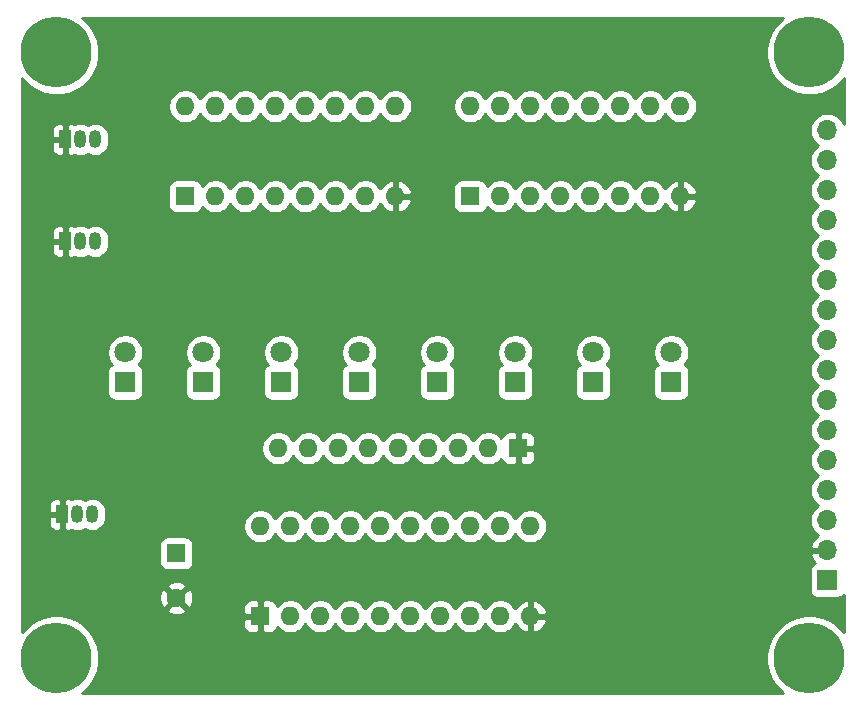
<source format=gbr>
%TF.GenerationSoftware,KiCad,Pcbnew,(5.1.10-1-10_14)*%
%TF.CreationDate,2021-08-01T09:05:42-04:00*%
%TF.ProjectId,COUNTER,434f554e-5445-4522-9e6b-696361645f70,rev?*%
%TF.SameCoordinates,Original*%
%TF.FileFunction,Copper,L4,Bot*%
%TF.FilePolarity,Positive*%
%FSLAX46Y46*%
G04 Gerber Fmt 4.6, Leading zero omitted, Abs format (unit mm)*
G04 Created by KiCad (PCBNEW (5.1.10-1-10_14)) date 2021-08-01 09:05:42*
%MOMM*%
%LPD*%
G01*
G04 APERTURE LIST*
%TA.AperFunction,ComponentPad*%
%ADD10R,1.700000X1.700000*%
%TD*%
%TA.AperFunction,ComponentPad*%
%ADD11O,1.700000X1.700000*%
%TD*%
%TA.AperFunction,ComponentPad*%
%ADD12C,1.600000*%
%TD*%
%TA.AperFunction,ComponentPad*%
%ADD13R,1.600000X1.600000*%
%TD*%
%TA.AperFunction,ComponentPad*%
%ADD14R,1.050000X1.500000*%
%TD*%
%TA.AperFunction,ComponentPad*%
%ADD15O,1.050000X1.500000*%
%TD*%
%TA.AperFunction,ComponentPad*%
%ADD16O,1.600000X1.600000*%
%TD*%
%TA.AperFunction,ComponentPad*%
%ADD17C,1.800000*%
%TD*%
%TA.AperFunction,ComponentPad*%
%ADD18R,1.800000X1.800000*%
%TD*%
%TA.AperFunction,ComponentPad*%
%ADD19C,0.800000*%
%TD*%
%TA.AperFunction,ComponentPad*%
%ADD20C,6.000000*%
%TD*%
%TA.AperFunction,Conductor*%
%ADD21C,0.254000*%
%TD*%
%TA.AperFunction,Conductor*%
%ADD22C,0.100000*%
%TD*%
G04 APERTURE END LIST*
D10*
%TO.P,J22,1*%
%TO.N,VCC*%
X148145500Y-74104500D03*
D11*
%TO.P,J22,2*%
%TO.N,GND*%
X148145500Y-71564500D03*
%TO.P,J22,3*%
%TO.N,BUS_00*%
X148145500Y-69024500D03*
%TO.P,J22,4*%
%TO.N,BUS_01*%
X148145500Y-66484500D03*
%TO.P,J22,5*%
%TO.N,BUS_02*%
X148145500Y-63944500D03*
%TO.P,J22,6*%
%TO.N,BUS_03*%
X148145500Y-61404500D03*
%TO.P,J22,7*%
%TO.N,BUS_04*%
X148145500Y-58864500D03*
%TO.P,J22,8*%
%TO.N,BUS_05*%
X148145500Y-56324500D03*
%TO.P,J22,9*%
%TO.N,BUS_06*%
X148145500Y-53784500D03*
%TO.P,J22,10*%
%TO.N,BUS_07*%
X148145500Y-51244500D03*
%TO.P,J22,11*%
%TO.N,JUMP*%
X148145500Y-48704500D03*
%TO.P,J22,12*%
%TO.N,RESET*%
X148145500Y-46164500D03*
%TO.P,J22,13*%
%TO.N,CLOCK*%
X148145500Y-43624500D03*
%TO.P,J22,14*%
%TO.N,OE*%
X148145500Y-41084500D03*
%TO.P,J22,15*%
%TO.N,CE*%
X148145500Y-38544500D03*
%TO.P,J22,16*%
%TO.N,CARRY_OUT*%
X148145500Y-36004500D03*
%TD*%
D12*
%TO.P,C10,2*%
%TO.N,GND*%
X93027500Y-75618500D03*
D13*
%TO.P,C10,1*%
%TO.N,VCC*%
X93027500Y-71818500D03*
%TD*%
D14*
%TO.P,Q3,1*%
%TO.N,GND*%
X83629500Y-45402500D03*
D15*
%TO.P,Q3,3*%
%TO.N,!RESET*%
X86169500Y-45402500D03*
%TO.P,Q3,2*%
%TO.N,RESET*%
X84899500Y-45402500D03*
%TD*%
D14*
%TO.P,Q2,1*%
%TO.N,GND*%
X83375500Y-68516500D03*
D15*
%TO.P,Q2,3*%
%TO.N,!OE*%
X85915500Y-68516500D03*
%TO.P,Q2,2*%
%TO.N,OE*%
X84645500Y-68516500D03*
%TD*%
D14*
%TO.P,Q1,1*%
%TO.N,GND*%
X83629500Y-36766500D03*
D15*
%TO.P,Q1,3*%
%TO.N,!JUMP*%
X86169500Y-36766500D03*
%TO.P,Q1,2*%
%TO.N,JUMP*%
X84899500Y-36766500D03*
%TD*%
D16*
%TO.P,RN1,9*%
%TO.N,Net-(D1-Pad1)*%
X101663500Y-62928500D03*
%TO.P,RN1,8*%
%TO.N,Net-(D2-Pad1)*%
X104203500Y-62928500D03*
%TO.P,RN1,7*%
%TO.N,Net-(D3-Pad1)*%
X106743500Y-62928500D03*
%TO.P,RN1,6*%
%TO.N,Net-(D4-Pad1)*%
X109283500Y-62928500D03*
%TO.P,RN1,5*%
%TO.N,Net-(D5-Pad1)*%
X111823500Y-62928500D03*
%TO.P,RN1,4*%
%TO.N,Net-(D6-Pad1)*%
X114363500Y-62928500D03*
%TO.P,RN1,3*%
%TO.N,Net-(D7-Pad1)*%
X116903500Y-62928500D03*
%TO.P,RN1,2*%
%TO.N,Net-(D8-Pad1)*%
X119443500Y-62928500D03*
D13*
%TO.P,RN1,1*%
%TO.N,GND*%
X121983500Y-62928500D03*
%TD*%
D17*
%TO.P,D8,2*%
%TO.N,B7*%
X134937500Y-54800500D03*
D18*
%TO.P,D8,1*%
%TO.N,Net-(D8-Pad1)*%
X134937500Y-57340500D03*
%TD*%
D17*
%TO.P,D7,2*%
%TO.N,B6*%
X128333500Y-54800500D03*
D18*
%TO.P,D7,1*%
%TO.N,Net-(D7-Pad1)*%
X128333500Y-57340500D03*
%TD*%
D17*
%TO.P,D6,2*%
%TO.N,B5*%
X121729500Y-54800500D03*
D18*
%TO.P,D6,1*%
%TO.N,Net-(D6-Pad1)*%
X121729500Y-57340500D03*
%TD*%
D17*
%TO.P,D5,2*%
%TO.N,B4*%
X115125500Y-54800500D03*
D18*
%TO.P,D5,1*%
%TO.N,Net-(D5-Pad1)*%
X115125500Y-57340500D03*
%TD*%
D17*
%TO.P,D4,2*%
%TO.N,B3*%
X108521500Y-54800500D03*
D18*
%TO.P,D4,1*%
%TO.N,Net-(D4-Pad1)*%
X108521500Y-57340500D03*
%TD*%
D17*
%TO.P,D3,2*%
%TO.N,B2*%
X101917500Y-54800500D03*
D18*
%TO.P,D3,1*%
%TO.N,Net-(D3-Pad1)*%
X101917500Y-57340500D03*
%TD*%
D17*
%TO.P,D2,2*%
%TO.N,B1*%
X95313500Y-54800500D03*
D18*
%TO.P,D2,1*%
%TO.N,Net-(D2-Pad1)*%
X95313500Y-57340500D03*
%TD*%
D17*
%TO.P,D1,2*%
%TO.N,B0*%
X88709500Y-54800500D03*
D18*
%TO.P,D1,1*%
%TO.N,Net-(D1-Pad1)*%
X88709500Y-57340500D03*
%TD*%
D19*
%TO.P,REF\u002A\u002A,1*%
%TO.N,N/C*%
X84458490Y-79117510D03*
X82867500Y-78458500D03*
X81276510Y-79117510D03*
X80617500Y-80708500D03*
X81276510Y-82299490D03*
X82867500Y-82958500D03*
X84458490Y-82299490D03*
X85117500Y-80708500D03*
D20*
X82867500Y-80708500D03*
%TD*%
%TO.P,REF\u002A\u002A,1*%
%TO.N,N/C*%
X82867500Y-29400500D03*
D19*
X85117500Y-29400500D03*
X84458490Y-30991490D03*
X82867500Y-31650500D03*
X81276510Y-30991490D03*
X80617500Y-29400500D03*
X81276510Y-27809510D03*
X82867500Y-27150500D03*
X84458490Y-27809510D03*
%TD*%
D20*
%TO.P,REF\u002A\u002A,1*%
%TO.N,N/C*%
X146621500Y-80708500D03*
D19*
X148871500Y-80708500D03*
X148212490Y-82299490D03*
X146621500Y-82958500D03*
X145030510Y-82299490D03*
X144371500Y-80708500D03*
X145030510Y-79117510D03*
X146621500Y-78458500D03*
X148212490Y-79117510D03*
%TD*%
%TO.P,REF\u002A\u002A,1*%
%TO.N,N/C*%
X148212490Y-27809510D03*
X146621500Y-27150500D03*
X145030510Y-27809510D03*
X144371500Y-29400500D03*
X145030510Y-30991490D03*
X146621500Y-31650500D03*
X148212490Y-30991490D03*
X148871500Y-29400500D03*
D20*
X146621500Y-29400500D03*
%TD*%
D16*
%TO.P,U14,16*%
%TO.N,VCC*%
X93789500Y-33972500D03*
%TO.P,U14,8*%
%TO.N,GND*%
X111569500Y-41592500D03*
%TO.P,U14,15*%
%TO.N,Net-(U12-Pad10)*%
X96329500Y-33972500D03*
%TO.P,U14,7*%
%TO.N,CE*%
X109029500Y-41592500D03*
%TO.P,U14,14*%
%TO.N,B0*%
X98869500Y-33972500D03*
%TO.P,U14,6*%
%TO.N,BUS_03*%
X106489500Y-41592500D03*
%TO.P,U14,13*%
%TO.N,B1*%
X101409500Y-33972500D03*
%TO.P,U14,5*%
%TO.N,BUS_02*%
X103949500Y-41592500D03*
%TO.P,U14,12*%
%TO.N,B2*%
X103949500Y-33972500D03*
%TO.P,U14,4*%
%TO.N,BUS_01*%
X101409500Y-41592500D03*
%TO.P,U14,11*%
%TO.N,B3*%
X106489500Y-33972500D03*
%TO.P,U14,3*%
%TO.N,BUS_00*%
X98869500Y-41592500D03*
%TO.P,U14,10*%
%TO.N,CE*%
X109029500Y-33972500D03*
%TO.P,U14,2*%
%TO.N,CLOCK*%
X96329500Y-41592500D03*
%TO.P,U14,9*%
%TO.N,!JUMP*%
X111569500Y-33972500D03*
D13*
%TO.P,U14,1*%
%TO.N,!RESET*%
X93789500Y-41592500D03*
%TD*%
D16*
%TO.P,U47,20*%
%TO.N,VCC*%
X100139500Y-69532500D03*
%TO.P,U47,10*%
%TO.N,GND*%
X122999500Y-77152500D03*
%TO.P,U47,19*%
%TO.N,!OE*%
X102679500Y-69532500D03*
%TO.P,U47,9*%
%TO.N,BUS_00*%
X120459500Y-77152500D03*
%TO.P,U47,18*%
%TO.N,B0*%
X105219500Y-69532500D03*
%TO.P,U47,8*%
%TO.N,BUS_01*%
X117919500Y-77152500D03*
%TO.P,U47,17*%
%TO.N,B1*%
X107759500Y-69532500D03*
%TO.P,U47,7*%
%TO.N,BUS_02*%
X115379500Y-77152500D03*
%TO.P,U47,16*%
%TO.N,B2*%
X110299500Y-69532500D03*
%TO.P,U47,6*%
%TO.N,BUS_03*%
X112839500Y-77152500D03*
%TO.P,U47,15*%
%TO.N,B3*%
X112839500Y-69532500D03*
%TO.P,U47,5*%
%TO.N,BUS_04*%
X110299500Y-77152500D03*
%TO.P,U47,14*%
%TO.N,B4*%
X115379500Y-69532500D03*
%TO.P,U47,4*%
%TO.N,BUS_05*%
X107759500Y-77152500D03*
%TO.P,U47,13*%
%TO.N,B5*%
X117919500Y-69532500D03*
%TO.P,U47,3*%
%TO.N,BUS_06*%
X105219500Y-77152500D03*
%TO.P,U47,12*%
%TO.N,B6*%
X120459500Y-69532500D03*
%TO.P,U47,2*%
%TO.N,BUS_07*%
X102679500Y-77152500D03*
%TO.P,U47,11*%
%TO.N,B7*%
X122999500Y-69532500D03*
D13*
%TO.P,U47,1*%
%TO.N,GND*%
X100139500Y-77152500D03*
%TD*%
D16*
%TO.P,U12,16*%
%TO.N,VCC*%
X117919500Y-33972500D03*
%TO.P,U12,8*%
%TO.N,GND*%
X135699500Y-41592500D03*
%TO.P,U12,15*%
%TO.N,CARRY_OUT*%
X120459500Y-33972500D03*
%TO.P,U12,7*%
%TO.N,VCC*%
X133159500Y-41592500D03*
%TO.P,U12,14*%
%TO.N,B4*%
X122999500Y-33972500D03*
%TO.P,U12,6*%
%TO.N,BUS_07*%
X130619500Y-41592500D03*
%TO.P,U12,13*%
%TO.N,B5*%
X125539500Y-33972500D03*
%TO.P,U12,5*%
%TO.N,BUS_06*%
X128079500Y-41592500D03*
%TO.P,U12,12*%
%TO.N,B6*%
X128079500Y-33972500D03*
%TO.P,U12,4*%
%TO.N,BUS_05*%
X125539500Y-41592500D03*
%TO.P,U12,11*%
%TO.N,B7*%
X130619500Y-33972500D03*
%TO.P,U12,3*%
%TO.N,BUS_04*%
X122999500Y-41592500D03*
%TO.P,U12,10*%
%TO.N,Net-(U12-Pad10)*%
X133159500Y-33972500D03*
%TO.P,U12,2*%
%TO.N,CLOCK*%
X120459500Y-41592500D03*
%TO.P,U12,9*%
%TO.N,!JUMP*%
X135699500Y-33972500D03*
D13*
%TO.P,U12,1*%
%TO.N,!RESET*%
X117919500Y-41592500D03*
%TD*%
D21*
%TO.N,GND*%
X144304323Y-26577011D02*
X143798011Y-27083323D01*
X143400205Y-27678682D01*
X143126191Y-28340210D01*
X142986500Y-29042484D01*
X142986500Y-29758516D01*
X143126191Y-30460790D01*
X143400205Y-31122318D01*
X143798011Y-31717677D01*
X144304323Y-32223989D01*
X144899682Y-32621795D01*
X145561210Y-32895809D01*
X146263484Y-33035500D01*
X146979516Y-33035500D01*
X147681790Y-32895809D01*
X148343318Y-32621795D01*
X148938677Y-32223989D01*
X149444989Y-31717677D01*
X149517501Y-31609155D01*
X149517501Y-35436312D01*
X149461490Y-35301089D01*
X149298975Y-35057868D01*
X149092132Y-34851025D01*
X148848911Y-34688510D01*
X148578658Y-34576568D01*
X148291760Y-34519500D01*
X147999240Y-34519500D01*
X147712342Y-34576568D01*
X147442089Y-34688510D01*
X147198868Y-34851025D01*
X146992025Y-35057868D01*
X146829510Y-35301089D01*
X146717568Y-35571342D01*
X146660500Y-35858240D01*
X146660500Y-36150760D01*
X146717568Y-36437658D01*
X146829510Y-36707911D01*
X146992025Y-36951132D01*
X147198868Y-37157975D01*
X147373260Y-37274500D01*
X147198868Y-37391025D01*
X146992025Y-37597868D01*
X146829510Y-37841089D01*
X146717568Y-38111342D01*
X146660500Y-38398240D01*
X146660500Y-38690760D01*
X146717568Y-38977658D01*
X146829510Y-39247911D01*
X146992025Y-39491132D01*
X147198868Y-39697975D01*
X147373260Y-39814500D01*
X147198868Y-39931025D01*
X146992025Y-40137868D01*
X146829510Y-40381089D01*
X146717568Y-40651342D01*
X146660500Y-40938240D01*
X146660500Y-41230760D01*
X146717568Y-41517658D01*
X146829510Y-41787911D01*
X146992025Y-42031132D01*
X147198868Y-42237975D01*
X147373260Y-42354500D01*
X147198868Y-42471025D01*
X146992025Y-42677868D01*
X146829510Y-42921089D01*
X146717568Y-43191342D01*
X146660500Y-43478240D01*
X146660500Y-43770760D01*
X146717568Y-44057658D01*
X146829510Y-44327911D01*
X146992025Y-44571132D01*
X147198868Y-44777975D01*
X147373260Y-44894500D01*
X147198868Y-45011025D01*
X146992025Y-45217868D01*
X146829510Y-45461089D01*
X146717568Y-45731342D01*
X146660500Y-46018240D01*
X146660500Y-46310760D01*
X146717568Y-46597658D01*
X146829510Y-46867911D01*
X146992025Y-47111132D01*
X147198868Y-47317975D01*
X147373260Y-47434500D01*
X147198868Y-47551025D01*
X146992025Y-47757868D01*
X146829510Y-48001089D01*
X146717568Y-48271342D01*
X146660500Y-48558240D01*
X146660500Y-48850760D01*
X146717568Y-49137658D01*
X146829510Y-49407911D01*
X146992025Y-49651132D01*
X147198868Y-49857975D01*
X147373260Y-49974500D01*
X147198868Y-50091025D01*
X146992025Y-50297868D01*
X146829510Y-50541089D01*
X146717568Y-50811342D01*
X146660500Y-51098240D01*
X146660500Y-51390760D01*
X146717568Y-51677658D01*
X146829510Y-51947911D01*
X146992025Y-52191132D01*
X147198868Y-52397975D01*
X147373260Y-52514500D01*
X147198868Y-52631025D01*
X146992025Y-52837868D01*
X146829510Y-53081089D01*
X146717568Y-53351342D01*
X146660500Y-53638240D01*
X146660500Y-53930760D01*
X146717568Y-54217658D01*
X146829510Y-54487911D01*
X146992025Y-54731132D01*
X147198868Y-54937975D01*
X147373260Y-55054500D01*
X147198868Y-55171025D01*
X146992025Y-55377868D01*
X146829510Y-55621089D01*
X146717568Y-55891342D01*
X146660500Y-56178240D01*
X146660500Y-56470760D01*
X146717568Y-56757658D01*
X146829510Y-57027911D01*
X146992025Y-57271132D01*
X147198868Y-57477975D01*
X147373260Y-57594500D01*
X147198868Y-57711025D01*
X146992025Y-57917868D01*
X146829510Y-58161089D01*
X146717568Y-58431342D01*
X146660500Y-58718240D01*
X146660500Y-59010760D01*
X146717568Y-59297658D01*
X146829510Y-59567911D01*
X146992025Y-59811132D01*
X147198868Y-60017975D01*
X147373260Y-60134500D01*
X147198868Y-60251025D01*
X146992025Y-60457868D01*
X146829510Y-60701089D01*
X146717568Y-60971342D01*
X146660500Y-61258240D01*
X146660500Y-61550760D01*
X146717568Y-61837658D01*
X146829510Y-62107911D01*
X146992025Y-62351132D01*
X147198868Y-62557975D01*
X147373260Y-62674500D01*
X147198868Y-62791025D01*
X146992025Y-62997868D01*
X146829510Y-63241089D01*
X146717568Y-63511342D01*
X146660500Y-63798240D01*
X146660500Y-64090760D01*
X146717568Y-64377658D01*
X146829510Y-64647911D01*
X146992025Y-64891132D01*
X147198868Y-65097975D01*
X147373260Y-65214500D01*
X147198868Y-65331025D01*
X146992025Y-65537868D01*
X146829510Y-65781089D01*
X146717568Y-66051342D01*
X146660500Y-66338240D01*
X146660500Y-66630760D01*
X146717568Y-66917658D01*
X146829510Y-67187911D01*
X146992025Y-67431132D01*
X147198868Y-67637975D01*
X147373260Y-67754500D01*
X147198868Y-67871025D01*
X146992025Y-68077868D01*
X146829510Y-68321089D01*
X146717568Y-68591342D01*
X146660500Y-68878240D01*
X146660500Y-69170760D01*
X146717568Y-69457658D01*
X146829510Y-69727911D01*
X146992025Y-69971132D01*
X147198868Y-70177975D01*
X147381034Y-70299695D01*
X147264145Y-70369322D01*
X147047912Y-70564231D01*
X146873859Y-70797580D01*
X146748675Y-71060401D01*
X146704024Y-71207610D01*
X146825345Y-71437500D01*
X148018500Y-71437500D01*
X148018500Y-71417500D01*
X148272500Y-71417500D01*
X148272500Y-71437500D01*
X148292500Y-71437500D01*
X148292500Y-71691500D01*
X148272500Y-71691500D01*
X148272500Y-71711500D01*
X148018500Y-71711500D01*
X148018500Y-71691500D01*
X146825345Y-71691500D01*
X146704024Y-71921390D01*
X146748675Y-72068599D01*
X146873859Y-72331420D01*
X147047912Y-72564769D01*
X147131966Y-72640534D01*
X147051320Y-72664998D01*
X146941006Y-72723963D01*
X146844315Y-72803315D01*
X146764963Y-72900006D01*
X146705998Y-73010320D01*
X146669688Y-73130018D01*
X146657428Y-73254500D01*
X146657428Y-74954500D01*
X146669688Y-75078982D01*
X146705998Y-75198680D01*
X146764963Y-75308994D01*
X146844315Y-75405685D01*
X146941006Y-75485037D01*
X147051320Y-75544002D01*
X147171018Y-75580312D01*
X147295500Y-75592572D01*
X148995500Y-75592572D01*
X149119982Y-75580312D01*
X149239680Y-75544002D01*
X149349994Y-75485037D01*
X149446685Y-75405685D01*
X149517500Y-75319396D01*
X149517500Y-78499844D01*
X149444989Y-78391323D01*
X148938677Y-77885011D01*
X148343318Y-77487205D01*
X147681790Y-77213191D01*
X146979516Y-77073500D01*
X146263484Y-77073500D01*
X145561210Y-77213191D01*
X144899682Y-77487205D01*
X144304323Y-77885011D01*
X143798011Y-78391323D01*
X143400205Y-78986682D01*
X143126191Y-79648210D01*
X142986500Y-80350484D01*
X142986500Y-81066516D01*
X143126191Y-81768790D01*
X143400205Y-82430318D01*
X143798011Y-83025677D01*
X144304323Y-83531989D01*
X144412843Y-83604500D01*
X85076157Y-83604500D01*
X85184677Y-83531989D01*
X85690989Y-83025677D01*
X86088795Y-82430318D01*
X86362809Y-81768790D01*
X86502500Y-81066516D01*
X86502500Y-80350484D01*
X86362809Y-79648210D01*
X86088795Y-78986682D01*
X85690989Y-78391323D01*
X85252166Y-77952500D01*
X98701428Y-77952500D01*
X98713688Y-78076982D01*
X98749998Y-78196680D01*
X98808963Y-78306994D01*
X98888315Y-78403685D01*
X98985006Y-78483037D01*
X99095320Y-78542002D01*
X99215018Y-78578312D01*
X99339500Y-78590572D01*
X99853750Y-78587500D01*
X100012500Y-78428750D01*
X100012500Y-77279500D01*
X98863250Y-77279500D01*
X98704500Y-77438250D01*
X98701428Y-77952500D01*
X85252166Y-77952500D01*
X85184677Y-77885011D01*
X84589318Y-77487205D01*
X83927790Y-77213191D01*
X83225516Y-77073500D01*
X82509484Y-77073500D01*
X81807210Y-77213191D01*
X81145682Y-77487205D01*
X80550323Y-77885011D01*
X80044011Y-78391323D01*
X79971500Y-78499843D01*
X79971500Y-76611202D01*
X92214403Y-76611202D01*
X92285986Y-76855171D01*
X92541496Y-76976071D01*
X92815684Y-77044800D01*
X93098012Y-77058717D01*
X93377630Y-77017287D01*
X93643792Y-76922103D01*
X93769014Y-76855171D01*
X93840597Y-76611202D01*
X93027500Y-75798105D01*
X92214403Y-76611202D01*
X79971500Y-76611202D01*
X79971500Y-75689012D01*
X91587283Y-75689012D01*
X91628713Y-75968630D01*
X91723897Y-76234792D01*
X91790829Y-76360014D01*
X92034798Y-76431597D01*
X92847895Y-75618500D01*
X93207105Y-75618500D01*
X94020202Y-76431597D01*
X94264171Y-76360014D01*
X94267726Y-76352500D01*
X98701428Y-76352500D01*
X98704500Y-76866750D01*
X98863250Y-77025500D01*
X100012500Y-77025500D01*
X100012500Y-75876250D01*
X100266500Y-75876250D01*
X100266500Y-77025500D01*
X100286500Y-77025500D01*
X100286500Y-77279500D01*
X100266500Y-77279500D01*
X100266500Y-78428750D01*
X100425250Y-78587500D01*
X100939500Y-78590572D01*
X101063982Y-78578312D01*
X101183680Y-78542002D01*
X101293994Y-78483037D01*
X101390685Y-78403685D01*
X101470037Y-78306994D01*
X101529002Y-78196680D01*
X101565312Y-78076982D01*
X101566143Y-78068539D01*
X101764741Y-78267137D01*
X101999773Y-78424180D01*
X102260926Y-78532353D01*
X102538165Y-78587500D01*
X102820835Y-78587500D01*
X103098074Y-78532353D01*
X103359227Y-78424180D01*
X103594259Y-78267137D01*
X103794137Y-78067259D01*
X103949500Y-77834741D01*
X104104863Y-78067259D01*
X104304741Y-78267137D01*
X104539773Y-78424180D01*
X104800926Y-78532353D01*
X105078165Y-78587500D01*
X105360835Y-78587500D01*
X105638074Y-78532353D01*
X105899227Y-78424180D01*
X106134259Y-78267137D01*
X106334137Y-78067259D01*
X106489500Y-77834741D01*
X106644863Y-78067259D01*
X106844741Y-78267137D01*
X107079773Y-78424180D01*
X107340926Y-78532353D01*
X107618165Y-78587500D01*
X107900835Y-78587500D01*
X108178074Y-78532353D01*
X108439227Y-78424180D01*
X108674259Y-78267137D01*
X108874137Y-78067259D01*
X109029500Y-77834741D01*
X109184863Y-78067259D01*
X109384741Y-78267137D01*
X109619773Y-78424180D01*
X109880926Y-78532353D01*
X110158165Y-78587500D01*
X110440835Y-78587500D01*
X110718074Y-78532353D01*
X110979227Y-78424180D01*
X111214259Y-78267137D01*
X111414137Y-78067259D01*
X111569500Y-77834741D01*
X111724863Y-78067259D01*
X111924741Y-78267137D01*
X112159773Y-78424180D01*
X112420926Y-78532353D01*
X112698165Y-78587500D01*
X112980835Y-78587500D01*
X113258074Y-78532353D01*
X113519227Y-78424180D01*
X113754259Y-78267137D01*
X113954137Y-78067259D01*
X114109500Y-77834741D01*
X114264863Y-78067259D01*
X114464741Y-78267137D01*
X114699773Y-78424180D01*
X114960926Y-78532353D01*
X115238165Y-78587500D01*
X115520835Y-78587500D01*
X115798074Y-78532353D01*
X116059227Y-78424180D01*
X116294259Y-78267137D01*
X116494137Y-78067259D01*
X116649500Y-77834741D01*
X116804863Y-78067259D01*
X117004741Y-78267137D01*
X117239773Y-78424180D01*
X117500926Y-78532353D01*
X117778165Y-78587500D01*
X118060835Y-78587500D01*
X118338074Y-78532353D01*
X118599227Y-78424180D01*
X118834259Y-78267137D01*
X119034137Y-78067259D01*
X119189500Y-77834741D01*
X119344863Y-78067259D01*
X119544741Y-78267137D01*
X119779773Y-78424180D01*
X120040926Y-78532353D01*
X120318165Y-78587500D01*
X120600835Y-78587500D01*
X120878074Y-78532353D01*
X121139227Y-78424180D01*
X121374259Y-78267137D01*
X121574137Y-78067259D01*
X121731180Y-77832227D01*
X121735567Y-77821635D01*
X121847115Y-78007631D01*
X122036086Y-78216019D01*
X122262080Y-78383537D01*
X122516413Y-78503746D01*
X122650461Y-78544404D01*
X122872500Y-78422415D01*
X122872500Y-77279500D01*
X123126500Y-77279500D01*
X123126500Y-78422415D01*
X123348539Y-78544404D01*
X123482587Y-78503746D01*
X123736920Y-78383537D01*
X123962914Y-78216019D01*
X124151885Y-78007631D01*
X124296570Y-77766381D01*
X124391409Y-77501540D01*
X124270124Y-77279500D01*
X123126500Y-77279500D01*
X122872500Y-77279500D01*
X122852500Y-77279500D01*
X122852500Y-77025500D01*
X122872500Y-77025500D01*
X122872500Y-75882585D01*
X123126500Y-75882585D01*
X123126500Y-77025500D01*
X124270124Y-77025500D01*
X124391409Y-76803460D01*
X124296570Y-76538619D01*
X124151885Y-76297369D01*
X123962914Y-76088981D01*
X123736920Y-75921463D01*
X123482587Y-75801254D01*
X123348539Y-75760596D01*
X123126500Y-75882585D01*
X122872500Y-75882585D01*
X122650461Y-75760596D01*
X122516413Y-75801254D01*
X122262080Y-75921463D01*
X122036086Y-76088981D01*
X121847115Y-76297369D01*
X121735567Y-76483365D01*
X121731180Y-76472773D01*
X121574137Y-76237741D01*
X121374259Y-76037863D01*
X121139227Y-75880820D01*
X120878074Y-75772647D01*
X120600835Y-75717500D01*
X120318165Y-75717500D01*
X120040926Y-75772647D01*
X119779773Y-75880820D01*
X119544741Y-76037863D01*
X119344863Y-76237741D01*
X119189500Y-76470259D01*
X119034137Y-76237741D01*
X118834259Y-76037863D01*
X118599227Y-75880820D01*
X118338074Y-75772647D01*
X118060835Y-75717500D01*
X117778165Y-75717500D01*
X117500926Y-75772647D01*
X117239773Y-75880820D01*
X117004741Y-76037863D01*
X116804863Y-76237741D01*
X116649500Y-76470259D01*
X116494137Y-76237741D01*
X116294259Y-76037863D01*
X116059227Y-75880820D01*
X115798074Y-75772647D01*
X115520835Y-75717500D01*
X115238165Y-75717500D01*
X114960926Y-75772647D01*
X114699773Y-75880820D01*
X114464741Y-76037863D01*
X114264863Y-76237741D01*
X114109500Y-76470259D01*
X113954137Y-76237741D01*
X113754259Y-76037863D01*
X113519227Y-75880820D01*
X113258074Y-75772647D01*
X112980835Y-75717500D01*
X112698165Y-75717500D01*
X112420926Y-75772647D01*
X112159773Y-75880820D01*
X111924741Y-76037863D01*
X111724863Y-76237741D01*
X111569500Y-76470259D01*
X111414137Y-76237741D01*
X111214259Y-76037863D01*
X110979227Y-75880820D01*
X110718074Y-75772647D01*
X110440835Y-75717500D01*
X110158165Y-75717500D01*
X109880926Y-75772647D01*
X109619773Y-75880820D01*
X109384741Y-76037863D01*
X109184863Y-76237741D01*
X109029500Y-76470259D01*
X108874137Y-76237741D01*
X108674259Y-76037863D01*
X108439227Y-75880820D01*
X108178074Y-75772647D01*
X107900835Y-75717500D01*
X107618165Y-75717500D01*
X107340926Y-75772647D01*
X107079773Y-75880820D01*
X106844741Y-76037863D01*
X106644863Y-76237741D01*
X106489500Y-76470259D01*
X106334137Y-76237741D01*
X106134259Y-76037863D01*
X105899227Y-75880820D01*
X105638074Y-75772647D01*
X105360835Y-75717500D01*
X105078165Y-75717500D01*
X104800926Y-75772647D01*
X104539773Y-75880820D01*
X104304741Y-76037863D01*
X104104863Y-76237741D01*
X103949500Y-76470259D01*
X103794137Y-76237741D01*
X103594259Y-76037863D01*
X103359227Y-75880820D01*
X103098074Y-75772647D01*
X102820835Y-75717500D01*
X102538165Y-75717500D01*
X102260926Y-75772647D01*
X101999773Y-75880820D01*
X101764741Y-76037863D01*
X101566143Y-76236461D01*
X101565312Y-76228018D01*
X101529002Y-76108320D01*
X101470037Y-75998006D01*
X101390685Y-75901315D01*
X101293994Y-75821963D01*
X101183680Y-75762998D01*
X101063982Y-75726688D01*
X100939500Y-75714428D01*
X100425250Y-75717500D01*
X100266500Y-75876250D01*
X100012500Y-75876250D01*
X99853750Y-75717500D01*
X99339500Y-75714428D01*
X99215018Y-75726688D01*
X99095320Y-75762998D01*
X98985006Y-75821963D01*
X98888315Y-75901315D01*
X98808963Y-75998006D01*
X98749998Y-76108320D01*
X98713688Y-76228018D01*
X98701428Y-76352500D01*
X94267726Y-76352500D01*
X94385071Y-76104504D01*
X94453800Y-75830316D01*
X94467717Y-75547988D01*
X94426287Y-75268370D01*
X94331103Y-75002208D01*
X94264171Y-74876986D01*
X94020202Y-74805403D01*
X93207105Y-75618500D01*
X92847895Y-75618500D01*
X92034798Y-74805403D01*
X91790829Y-74876986D01*
X91669929Y-75132496D01*
X91601200Y-75406684D01*
X91587283Y-75689012D01*
X79971500Y-75689012D01*
X79971500Y-74625798D01*
X92214403Y-74625798D01*
X93027500Y-75438895D01*
X93840597Y-74625798D01*
X93769014Y-74381829D01*
X93513504Y-74260929D01*
X93239316Y-74192200D01*
X92956988Y-74178283D01*
X92677370Y-74219713D01*
X92411208Y-74314897D01*
X92285986Y-74381829D01*
X92214403Y-74625798D01*
X79971500Y-74625798D01*
X79971500Y-71018500D01*
X91589428Y-71018500D01*
X91589428Y-72618500D01*
X91601688Y-72742982D01*
X91637998Y-72862680D01*
X91696963Y-72972994D01*
X91776315Y-73069685D01*
X91873006Y-73149037D01*
X91983320Y-73208002D01*
X92103018Y-73244312D01*
X92227500Y-73256572D01*
X93827500Y-73256572D01*
X93951982Y-73244312D01*
X94071680Y-73208002D01*
X94181994Y-73149037D01*
X94278685Y-73069685D01*
X94358037Y-72972994D01*
X94417002Y-72862680D01*
X94453312Y-72742982D01*
X94465572Y-72618500D01*
X94465572Y-71018500D01*
X94453312Y-70894018D01*
X94417002Y-70774320D01*
X94358037Y-70664006D01*
X94278685Y-70567315D01*
X94181994Y-70487963D01*
X94071680Y-70428998D01*
X93951982Y-70392688D01*
X93827500Y-70380428D01*
X92227500Y-70380428D01*
X92103018Y-70392688D01*
X91983320Y-70428998D01*
X91873006Y-70487963D01*
X91776315Y-70567315D01*
X91696963Y-70664006D01*
X91637998Y-70774320D01*
X91601688Y-70894018D01*
X91589428Y-71018500D01*
X79971500Y-71018500D01*
X79971500Y-69266500D01*
X82212428Y-69266500D01*
X82224688Y-69390982D01*
X82260998Y-69510680D01*
X82319963Y-69620994D01*
X82399315Y-69717685D01*
X82496006Y-69797037D01*
X82606320Y-69856002D01*
X82726018Y-69892312D01*
X82850500Y-69904572D01*
X83089750Y-69901500D01*
X83248500Y-69742750D01*
X83248500Y-68643500D01*
X82374250Y-68643500D01*
X82215500Y-68802250D01*
X82212428Y-69266500D01*
X79971500Y-69266500D01*
X79971500Y-67766500D01*
X82212428Y-67766500D01*
X82215500Y-68230750D01*
X82374250Y-68389500D01*
X83248500Y-68389500D01*
X83248500Y-68234522D01*
X83485500Y-68234522D01*
X83485500Y-68798479D01*
X83502285Y-68968900D01*
X83502500Y-68969609D01*
X83502500Y-69742750D01*
X83661250Y-69901500D01*
X83900500Y-69904572D01*
X84024982Y-69892312D01*
X84144680Y-69856002D01*
X84209402Y-69821407D01*
X84418101Y-69884715D01*
X84645500Y-69907112D01*
X84872900Y-69884715D01*
X85091560Y-69818385D01*
X85280500Y-69717394D01*
X85469441Y-69818385D01*
X85688101Y-69884715D01*
X85915500Y-69907112D01*
X86142900Y-69884715D01*
X86361560Y-69818385D01*
X86563079Y-69710671D01*
X86739712Y-69565712D01*
X86882959Y-69391165D01*
X98704500Y-69391165D01*
X98704500Y-69673835D01*
X98759647Y-69951074D01*
X98867820Y-70212227D01*
X99024863Y-70447259D01*
X99224741Y-70647137D01*
X99459773Y-70804180D01*
X99720926Y-70912353D01*
X99998165Y-70967500D01*
X100280835Y-70967500D01*
X100558074Y-70912353D01*
X100819227Y-70804180D01*
X101054259Y-70647137D01*
X101254137Y-70447259D01*
X101409500Y-70214741D01*
X101564863Y-70447259D01*
X101764741Y-70647137D01*
X101999773Y-70804180D01*
X102260926Y-70912353D01*
X102538165Y-70967500D01*
X102820835Y-70967500D01*
X103098074Y-70912353D01*
X103359227Y-70804180D01*
X103594259Y-70647137D01*
X103794137Y-70447259D01*
X103949500Y-70214741D01*
X104104863Y-70447259D01*
X104304741Y-70647137D01*
X104539773Y-70804180D01*
X104800926Y-70912353D01*
X105078165Y-70967500D01*
X105360835Y-70967500D01*
X105638074Y-70912353D01*
X105899227Y-70804180D01*
X106134259Y-70647137D01*
X106334137Y-70447259D01*
X106489500Y-70214741D01*
X106644863Y-70447259D01*
X106844741Y-70647137D01*
X107079773Y-70804180D01*
X107340926Y-70912353D01*
X107618165Y-70967500D01*
X107900835Y-70967500D01*
X108178074Y-70912353D01*
X108439227Y-70804180D01*
X108674259Y-70647137D01*
X108874137Y-70447259D01*
X109029500Y-70214741D01*
X109184863Y-70447259D01*
X109384741Y-70647137D01*
X109619773Y-70804180D01*
X109880926Y-70912353D01*
X110158165Y-70967500D01*
X110440835Y-70967500D01*
X110718074Y-70912353D01*
X110979227Y-70804180D01*
X111214259Y-70647137D01*
X111414137Y-70447259D01*
X111569500Y-70214741D01*
X111724863Y-70447259D01*
X111924741Y-70647137D01*
X112159773Y-70804180D01*
X112420926Y-70912353D01*
X112698165Y-70967500D01*
X112980835Y-70967500D01*
X113258074Y-70912353D01*
X113519227Y-70804180D01*
X113754259Y-70647137D01*
X113954137Y-70447259D01*
X114109500Y-70214741D01*
X114264863Y-70447259D01*
X114464741Y-70647137D01*
X114699773Y-70804180D01*
X114960926Y-70912353D01*
X115238165Y-70967500D01*
X115520835Y-70967500D01*
X115798074Y-70912353D01*
X116059227Y-70804180D01*
X116294259Y-70647137D01*
X116494137Y-70447259D01*
X116649500Y-70214741D01*
X116804863Y-70447259D01*
X117004741Y-70647137D01*
X117239773Y-70804180D01*
X117500926Y-70912353D01*
X117778165Y-70967500D01*
X118060835Y-70967500D01*
X118338074Y-70912353D01*
X118599227Y-70804180D01*
X118834259Y-70647137D01*
X119034137Y-70447259D01*
X119189500Y-70214741D01*
X119344863Y-70447259D01*
X119544741Y-70647137D01*
X119779773Y-70804180D01*
X120040926Y-70912353D01*
X120318165Y-70967500D01*
X120600835Y-70967500D01*
X120878074Y-70912353D01*
X121139227Y-70804180D01*
X121374259Y-70647137D01*
X121574137Y-70447259D01*
X121729500Y-70214741D01*
X121884863Y-70447259D01*
X122084741Y-70647137D01*
X122319773Y-70804180D01*
X122580926Y-70912353D01*
X122858165Y-70967500D01*
X123140835Y-70967500D01*
X123418074Y-70912353D01*
X123679227Y-70804180D01*
X123914259Y-70647137D01*
X124114137Y-70447259D01*
X124271180Y-70212227D01*
X124379353Y-69951074D01*
X124434500Y-69673835D01*
X124434500Y-69391165D01*
X124379353Y-69113926D01*
X124271180Y-68852773D01*
X124114137Y-68617741D01*
X123914259Y-68417863D01*
X123679227Y-68260820D01*
X123418074Y-68152647D01*
X123140835Y-68097500D01*
X122858165Y-68097500D01*
X122580926Y-68152647D01*
X122319773Y-68260820D01*
X122084741Y-68417863D01*
X121884863Y-68617741D01*
X121729500Y-68850259D01*
X121574137Y-68617741D01*
X121374259Y-68417863D01*
X121139227Y-68260820D01*
X120878074Y-68152647D01*
X120600835Y-68097500D01*
X120318165Y-68097500D01*
X120040926Y-68152647D01*
X119779773Y-68260820D01*
X119544741Y-68417863D01*
X119344863Y-68617741D01*
X119189500Y-68850259D01*
X119034137Y-68617741D01*
X118834259Y-68417863D01*
X118599227Y-68260820D01*
X118338074Y-68152647D01*
X118060835Y-68097500D01*
X117778165Y-68097500D01*
X117500926Y-68152647D01*
X117239773Y-68260820D01*
X117004741Y-68417863D01*
X116804863Y-68617741D01*
X116649500Y-68850259D01*
X116494137Y-68617741D01*
X116294259Y-68417863D01*
X116059227Y-68260820D01*
X115798074Y-68152647D01*
X115520835Y-68097500D01*
X115238165Y-68097500D01*
X114960926Y-68152647D01*
X114699773Y-68260820D01*
X114464741Y-68417863D01*
X114264863Y-68617741D01*
X114109500Y-68850259D01*
X113954137Y-68617741D01*
X113754259Y-68417863D01*
X113519227Y-68260820D01*
X113258074Y-68152647D01*
X112980835Y-68097500D01*
X112698165Y-68097500D01*
X112420926Y-68152647D01*
X112159773Y-68260820D01*
X111924741Y-68417863D01*
X111724863Y-68617741D01*
X111569500Y-68850259D01*
X111414137Y-68617741D01*
X111214259Y-68417863D01*
X110979227Y-68260820D01*
X110718074Y-68152647D01*
X110440835Y-68097500D01*
X110158165Y-68097500D01*
X109880926Y-68152647D01*
X109619773Y-68260820D01*
X109384741Y-68417863D01*
X109184863Y-68617741D01*
X109029500Y-68850259D01*
X108874137Y-68617741D01*
X108674259Y-68417863D01*
X108439227Y-68260820D01*
X108178074Y-68152647D01*
X107900835Y-68097500D01*
X107618165Y-68097500D01*
X107340926Y-68152647D01*
X107079773Y-68260820D01*
X106844741Y-68417863D01*
X106644863Y-68617741D01*
X106489500Y-68850259D01*
X106334137Y-68617741D01*
X106134259Y-68417863D01*
X105899227Y-68260820D01*
X105638074Y-68152647D01*
X105360835Y-68097500D01*
X105078165Y-68097500D01*
X104800926Y-68152647D01*
X104539773Y-68260820D01*
X104304741Y-68417863D01*
X104104863Y-68617741D01*
X103949500Y-68850259D01*
X103794137Y-68617741D01*
X103594259Y-68417863D01*
X103359227Y-68260820D01*
X103098074Y-68152647D01*
X102820835Y-68097500D01*
X102538165Y-68097500D01*
X102260926Y-68152647D01*
X101999773Y-68260820D01*
X101764741Y-68417863D01*
X101564863Y-68617741D01*
X101409500Y-68850259D01*
X101254137Y-68617741D01*
X101054259Y-68417863D01*
X100819227Y-68260820D01*
X100558074Y-68152647D01*
X100280835Y-68097500D01*
X99998165Y-68097500D01*
X99720926Y-68152647D01*
X99459773Y-68260820D01*
X99224741Y-68417863D01*
X99024863Y-68617741D01*
X98867820Y-68852773D01*
X98759647Y-69113926D01*
X98704500Y-69391165D01*
X86882959Y-69391165D01*
X86884671Y-69389079D01*
X86992385Y-69187559D01*
X87058715Y-68968899D01*
X87075500Y-68798478D01*
X87075500Y-68234521D01*
X87058715Y-68064100D01*
X86992385Y-67845440D01*
X86884671Y-67643921D01*
X86739712Y-67467288D01*
X86563078Y-67322329D01*
X86361559Y-67214615D01*
X86142899Y-67148285D01*
X85915500Y-67125888D01*
X85688100Y-67148285D01*
X85469440Y-67214615D01*
X85280499Y-67315606D01*
X85091559Y-67214615D01*
X84872899Y-67148285D01*
X84645500Y-67125888D01*
X84418100Y-67148285D01*
X84209402Y-67211593D01*
X84144680Y-67176998D01*
X84024982Y-67140688D01*
X83900500Y-67128428D01*
X83661250Y-67131500D01*
X83502500Y-67290250D01*
X83502500Y-68063392D01*
X83502285Y-68064101D01*
X83485500Y-68234522D01*
X83248500Y-68234522D01*
X83248500Y-67290250D01*
X83089750Y-67131500D01*
X82850500Y-67128428D01*
X82726018Y-67140688D01*
X82606320Y-67176998D01*
X82496006Y-67235963D01*
X82399315Y-67315315D01*
X82319963Y-67412006D01*
X82260998Y-67522320D01*
X82224688Y-67642018D01*
X82212428Y-67766500D01*
X79971500Y-67766500D01*
X79971500Y-62787165D01*
X100228500Y-62787165D01*
X100228500Y-63069835D01*
X100283647Y-63347074D01*
X100391820Y-63608227D01*
X100548863Y-63843259D01*
X100748741Y-64043137D01*
X100983773Y-64200180D01*
X101244926Y-64308353D01*
X101522165Y-64363500D01*
X101804835Y-64363500D01*
X102082074Y-64308353D01*
X102343227Y-64200180D01*
X102578259Y-64043137D01*
X102778137Y-63843259D01*
X102933500Y-63610741D01*
X103088863Y-63843259D01*
X103288741Y-64043137D01*
X103523773Y-64200180D01*
X103784926Y-64308353D01*
X104062165Y-64363500D01*
X104344835Y-64363500D01*
X104622074Y-64308353D01*
X104883227Y-64200180D01*
X105118259Y-64043137D01*
X105318137Y-63843259D01*
X105473500Y-63610741D01*
X105628863Y-63843259D01*
X105828741Y-64043137D01*
X106063773Y-64200180D01*
X106324926Y-64308353D01*
X106602165Y-64363500D01*
X106884835Y-64363500D01*
X107162074Y-64308353D01*
X107423227Y-64200180D01*
X107658259Y-64043137D01*
X107858137Y-63843259D01*
X108013500Y-63610741D01*
X108168863Y-63843259D01*
X108368741Y-64043137D01*
X108603773Y-64200180D01*
X108864926Y-64308353D01*
X109142165Y-64363500D01*
X109424835Y-64363500D01*
X109702074Y-64308353D01*
X109963227Y-64200180D01*
X110198259Y-64043137D01*
X110398137Y-63843259D01*
X110553500Y-63610741D01*
X110708863Y-63843259D01*
X110908741Y-64043137D01*
X111143773Y-64200180D01*
X111404926Y-64308353D01*
X111682165Y-64363500D01*
X111964835Y-64363500D01*
X112242074Y-64308353D01*
X112503227Y-64200180D01*
X112738259Y-64043137D01*
X112938137Y-63843259D01*
X113093500Y-63610741D01*
X113248863Y-63843259D01*
X113448741Y-64043137D01*
X113683773Y-64200180D01*
X113944926Y-64308353D01*
X114222165Y-64363500D01*
X114504835Y-64363500D01*
X114782074Y-64308353D01*
X115043227Y-64200180D01*
X115278259Y-64043137D01*
X115478137Y-63843259D01*
X115633500Y-63610741D01*
X115788863Y-63843259D01*
X115988741Y-64043137D01*
X116223773Y-64200180D01*
X116484926Y-64308353D01*
X116762165Y-64363500D01*
X117044835Y-64363500D01*
X117322074Y-64308353D01*
X117583227Y-64200180D01*
X117818259Y-64043137D01*
X118018137Y-63843259D01*
X118173500Y-63610741D01*
X118328863Y-63843259D01*
X118528741Y-64043137D01*
X118763773Y-64200180D01*
X119024926Y-64308353D01*
X119302165Y-64363500D01*
X119584835Y-64363500D01*
X119862074Y-64308353D01*
X120123227Y-64200180D01*
X120358259Y-64043137D01*
X120556857Y-63844539D01*
X120557688Y-63852982D01*
X120593998Y-63972680D01*
X120652963Y-64082994D01*
X120732315Y-64179685D01*
X120829006Y-64259037D01*
X120939320Y-64318002D01*
X121059018Y-64354312D01*
X121183500Y-64366572D01*
X121697750Y-64363500D01*
X121856500Y-64204750D01*
X121856500Y-63055500D01*
X122110500Y-63055500D01*
X122110500Y-64204750D01*
X122269250Y-64363500D01*
X122783500Y-64366572D01*
X122907982Y-64354312D01*
X123027680Y-64318002D01*
X123137994Y-64259037D01*
X123234685Y-64179685D01*
X123314037Y-64082994D01*
X123373002Y-63972680D01*
X123409312Y-63852982D01*
X123421572Y-63728500D01*
X123418500Y-63214250D01*
X123259750Y-63055500D01*
X122110500Y-63055500D01*
X121856500Y-63055500D01*
X121836500Y-63055500D01*
X121836500Y-62801500D01*
X121856500Y-62801500D01*
X121856500Y-61652250D01*
X122110500Y-61652250D01*
X122110500Y-62801500D01*
X123259750Y-62801500D01*
X123418500Y-62642750D01*
X123421572Y-62128500D01*
X123409312Y-62004018D01*
X123373002Y-61884320D01*
X123314037Y-61774006D01*
X123234685Y-61677315D01*
X123137994Y-61597963D01*
X123027680Y-61538998D01*
X122907982Y-61502688D01*
X122783500Y-61490428D01*
X122269250Y-61493500D01*
X122110500Y-61652250D01*
X121856500Y-61652250D01*
X121697750Y-61493500D01*
X121183500Y-61490428D01*
X121059018Y-61502688D01*
X120939320Y-61538998D01*
X120829006Y-61597963D01*
X120732315Y-61677315D01*
X120652963Y-61774006D01*
X120593998Y-61884320D01*
X120557688Y-62004018D01*
X120556857Y-62012461D01*
X120358259Y-61813863D01*
X120123227Y-61656820D01*
X119862074Y-61548647D01*
X119584835Y-61493500D01*
X119302165Y-61493500D01*
X119024926Y-61548647D01*
X118763773Y-61656820D01*
X118528741Y-61813863D01*
X118328863Y-62013741D01*
X118173500Y-62246259D01*
X118018137Y-62013741D01*
X117818259Y-61813863D01*
X117583227Y-61656820D01*
X117322074Y-61548647D01*
X117044835Y-61493500D01*
X116762165Y-61493500D01*
X116484926Y-61548647D01*
X116223773Y-61656820D01*
X115988741Y-61813863D01*
X115788863Y-62013741D01*
X115633500Y-62246259D01*
X115478137Y-62013741D01*
X115278259Y-61813863D01*
X115043227Y-61656820D01*
X114782074Y-61548647D01*
X114504835Y-61493500D01*
X114222165Y-61493500D01*
X113944926Y-61548647D01*
X113683773Y-61656820D01*
X113448741Y-61813863D01*
X113248863Y-62013741D01*
X113093500Y-62246259D01*
X112938137Y-62013741D01*
X112738259Y-61813863D01*
X112503227Y-61656820D01*
X112242074Y-61548647D01*
X111964835Y-61493500D01*
X111682165Y-61493500D01*
X111404926Y-61548647D01*
X111143773Y-61656820D01*
X110908741Y-61813863D01*
X110708863Y-62013741D01*
X110553500Y-62246259D01*
X110398137Y-62013741D01*
X110198259Y-61813863D01*
X109963227Y-61656820D01*
X109702074Y-61548647D01*
X109424835Y-61493500D01*
X109142165Y-61493500D01*
X108864926Y-61548647D01*
X108603773Y-61656820D01*
X108368741Y-61813863D01*
X108168863Y-62013741D01*
X108013500Y-62246259D01*
X107858137Y-62013741D01*
X107658259Y-61813863D01*
X107423227Y-61656820D01*
X107162074Y-61548647D01*
X106884835Y-61493500D01*
X106602165Y-61493500D01*
X106324926Y-61548647D01*
X106063773Y-61656820D01*
X105828741Y-61813863D01*
X105628863Y-62013741D01*
X105473500Y-62246259D01*
X105318137Y-62013741D01*
X105118259Y-61813863D01*
X104883227Y-61656820D01*
X104622074Y-61548647D01*
X104344835Y-61493500D01*
X104062165Y-61493500D01*
X103784926Y-61548647D01*
X103523773Y-61656820D01*
X103288741Y-61813863D01*
X103088863Y-62013741D01*
X102933500Y-62246259D01*
X102778137Y-62013741D01*
X102578259Y-61813863D01*
X102343227Y-61656820D01*
X102082074Y-61548647D01*
X101804835Y-61493500D01*
X101522165Y-61493500D01*
X101244926Y-61548647D01*
X100983773Y-61656820D01*
X100748741Y-61813863D01*
X100548863Y-62013741D01*
X100391820Y-62248773D01*
X100283647Y-62509926D01*
X100228500Y-62787165D01*
X79971500Y-62787165D01*
X79971500Y-56440500D01*
X87171428Y-56440500D01*
X87171428Y-58240500D01*
X87183688Y-58364982D01*
X87219998Y-58484680D01*
X87278963Y-58594994D01*
X87358315Y-58691685D01*
X87455006Y-58771037D01*
X87565320Y-58830002D01*
X87685018Y-58866312D01*
X87809500Y-58878572D01*
X89609500Y-58878572D01*
X89733982Y-58866312D01*
X89853680Y-58830002D01*
X89963994Y-58771037D01*
X90060685Y-58691685D01*
X90140037Y-58594994D01*
X90199002Y-58484680D01*
X90235312Y-58364982D01*
X90247572Y-58240500D01*
X90247572Y-56440500D01*
X93775428Y-56440500D01*
X93775428Y-58240500D01*
X93787688Y-58364982D01*
X93823998Y-58484680D01*
X93882963Y-58594994D01*
X93962315Y-58691685D01*
X94059006Y-58771037D01*
X94169320Y-58830002D01*
X94289018Y-58866312D01*
X94413500Y-58878572D01*
X96213500Y-58878572D01*
X96337982Y-58866312D01*
X96457680Y-58830002D01*
X96567994Y-58771037D01*
X96664685Y-58691685D01*
X96744037Y-58594994D01*
X96803002Y-58484680D01*
X96839312Y-58364982D01*
X96851572Y-58240500D01*
X96851572Y-56440500D01*
X100379428Y-56440500D01*
X100379428Y-58240500D01*
X100391688Y-58364982D01*
X100427998Y-58484680D01*
X100486963Y-58594994D01*
X100566315Y-58691685D01*
X100663006Y-58771037D01*
X100773320Y-58830002D01*
X100893018Y-58866312D01*
X101017500Y-58878572D01*
X102817500Y-58878572D01*
X102941982Y-58866312D01*
X103061680Y-58830002D01*
X103171994Y-58771037D01*
X103268685Y-58691685D01*
X103348037Y-58594994D01*
X103407002Y-58484680D01*
X103443312Y-58364982D01*
X103455572Y-58240500D01*
X103455572Y-56440500D01*
X106983428Y-56440500D01*
X106983428Y-58240500D01*
X106995688Y-58364982D01*
X107031998Y-58484680D01*
X107090963Y-58594994D01*
X107170315Y-58691685D01*
X107267006Y-58771037D01*
X107377320Y-58830002D01*
X107497018Y-58866312D01*
X107621500Y-58878572D01*
X109421500Y-58878572D01*
X109545982Y-58866312D01*
X109665680Y-58830002D01*
X109775994Y-58771037D01*
X109872685Y-58691685D01*
X109952037Y-58594994D01*
X110011002Y-58484680D01*
X110047312Y-58364982D01*
X110059572Y-58240500D01*
X110059572Y-56440500D01*
X113587428Y-56440500D01*
X113587428Y-58240500D01*
X113599688Y-58364982D01*
X113635998Y-58484680D01*
X113694963Y-58594994D01*
X113774315Y-58691685D01*
X113871006Y-58771037D01*
X113981320Y-58830002D01*
X114101018Y-58866312D01*
X114225500Y-58878572D01*
X116025500Y-58878572D01*
X116149982Y-58866312D01*
X116269680Y-58830002D01*
X116379994Y-58771037D01*
X116476685Y-58691685D01*
X116556037Y-58594994D01*
X116615002Y-58484680D01*
X116651312Y-58364982D01*
X116663572Y-58240500D01*
X116663572Y-56440500D01*
X120191428Y-56440500D01*
X120191428Y-58240500D01*
X120203688Y-58364982D01*
X120239998Y-58484680D01*
X120298963Y-58594994D01*
X120378315Y-58691685D01*
X120475006Y-58771037D01*
X120585320Y-58830002D01*
X120705018Y-58866312D01*
X120829500Y-58878572D01*
X122629500Y-58878572D01*
X122753982Y-58866312D01*
X122873680Y-58830002D01*
X122983994Y-58771037D01*
X123080685Y-58691685D01*
X123160037Y-58594994D01*
X123219002Y-58484680D01*
X123255312Y-58364982D01*
X123267572Y-58240500D01*
X123267572Y-56440500D01*
X126795428Y-56440500D01*
X126795428Y-58240500D01*
X126807688Y-58364982D01*
X126843998Y-58484680D01*
X126902963Y-58594994D01*
X126982315Y-58691685D01*
X127079006Y-58771037D01*
X127189320Y-58830002D01*
X127309018Y-58866312D01*
X127433500Y-58878572D01*
X129233500Y-58878572D01*
X129357982Y-58866312D01*
X129477680Y-58830002D01*
X129587994Y-58771037D01*
X129684685Y-58691685D01*
X129764037Y-58594994D01*
X129823002Y-58484680D01*
X129859312Y-58364982D01*
X129871572Y-58240500D01*
X129871572Y-56440500D01*
X133399428Y-56440500D01*
X133399428Y-58240500D01*
X133411688Y-58364982D01*
X133447998Y-58484680D01*
X133506963Y-58594994D01*
X133586315Y-58691685D01*
X133683006Y-58771037D01*
X133793320Y-58830002D01*
X133913018Y-58866312D01*
X134037500Y-58878572D01*
X135837500Y-58878572D01*
X135961982Y-58866312D01*
X136081680Y-58830002D01*
X136191994Y-58771037D01*
X136288685Y-58691685D01*
X136368037Y-58594994D01*
X136427002Y-58484680D01*
X136463312Y-58364982D01*
X136475572Y-58240500D01*
X136475572Y-56440500D01*
X136463312Y-56316018D01*
X136427002Y-56196320D01*
X136368037Y-56086006D01*
X136288685Y-55989315D01*
X136191994Y-55909963D01*
X136081680Y-55850998D01*
X136063373Y-55845444D01*
X136129812Y-55779005D01*
X136297799Y-55527595D01*
X136413511Y-55248243D01*
X136472500Y-54951684D01*
X136472500Y-54649316D01*
X136413511Y-54352757D01*
X136297799Y-54073405D01*
X136129812Y-53821995D01*
X135916005Y-53608188D01*
X135664595Y-53440201D01*
X135385243Y-53324489D01*
X135088684Y-53265500D01*
X134786316Y-53265500D01*
X134489757Y-53324489D01*
X134210405Y-53440201D01*
X133958995Y-53608188D01*
X133745188Y-53821995D01*
X133577201Y-54073405D01*
X133461489Y-54352757D01*
X133402500Y-54649316D01*
X133402500Y-54951684D01*
X133461489Y-55248243D01*
X133577201Y-55527595D01*
X133745188Y-55779005D01*
X133811627Y-55845444D01*
X133793320Y-55850998D01*
X133683006Y-55909963D01*
X133586315Y-55989315D01*
X133506963Y-56086006D01*
X133447998Y-56196320D01*
X133411688Y-56316018D01*
X133399428Y-56440500D01*
X129871572Y-56440500D01*
X129859312Y-56316018D01*
X129823002Y-56196320D01*
X129764037Y-56086006D01*
X129684685Y-55989315D01*
X129587994Y-55909963D01*
X129477680Y-55850998D01*
X129459373Y-55845444D01*
X129525812Y-55779005D01*
X129693799Y-55527595D01*
X129809511Y-55248243D01*
X129868500Y-54951684D01*
X129868500Y-54649316D01*
X129809511Y-54352757D01*
X129693799Y-54073405D01*
X129525812Y-53821995D01*
X129312005Y-53608188D01*
X129060595Y-53440201D01*
X128781243Y-53324489D01*
X128484684Y-53265500D01*
X128182316Y-53265500D01*
X127885757Y-53324489D01*
X127606405Y-53440201D01*
X127354995Y-53608188D01*
X127141188Y-53821995D01*
X126973201Y-54073405D01*
X126857489Y-54352757D01*
X126798500Y-54649316D01*
X126798500Y-54951684D01*
X126857489Y-55248243D01*
X126973201Y-55527595D01*
X127141188Y-55779005D01*
X127207627Y-55845444D01*
X127189320Y-55850998D01*
X127079006Y-55909963D01*
X126982315Y-55989315D01*
X126902963Y-56086006D01*
X126843998Y-56196320D01*
X126807688Y-56316018D01*
X126795428Y-56440500D01*
X123267572Y-56440500D01*
X123255312Y-56316018D01*
X123219002Y-56196320D01*
X123160037Y-56086006D01*
X123080685Y-55989315D01*
X122983994Y-55909963D01*
X122873680Y-55850998D01*
X122855373Y-55845444D01*
X122921812Y-55779005D01*
X123089799Y-55527595D01*
X123205511Y-55248243D01*
X123264500Y-54951684D01*
X123264500Y-54649316D01*
X123205511Y-54352757D01*
X123089799Y-54073405D01*
X122921812Y-53821995D01*
X122708005Y-53608188D01*
X122456595Y-53440201D01*
X122177243Y-53324489D01*
X121880684Y-53265500D01*
X121578316Y-53265500D01*
X121281757Y-53324489D01*
X121002405Y-53440201D01*
X120750995Y-53608188D01*
X120537188Y-53821995D01*
X120369201Y-54073405D01*
X120253489Y-54352757D01*
X120194500Y-54649316D01*
X120194500Y-54951684D01*
X120253489Y-55248243D01*
X120369201Y-55527595D01*
X120537188Y-55779005D01*
X120603627Y-55845444D01*
X120585320Y-55850998D01*
X120475006Y-55909963D01*
X120378315Y-55989315D01*
X120298963Y-56086006D01*
X120239998Y-56196320D01*
X120203688Y-56316018D01*
X120191428Y-56440500D01*
X116663572Y-56440500D01*
X116651312Y-56316018D01*
X116615002Y-56196320D01*
X116556037Y-56086006D01*
X116476685Y-55989315D01*
X116379994Y-55909963D01*
X116269680Y-55850998D01*
X116251373Y-55845444D01*
X116317812Y-55779005D01*
X116485799Y-55527595D01*
X116601511Y-55248243D01*
X116660500Y-54951684D01*
X116660500Y-54649316D01*
X116601511Y-54352757D01*
X116485799Y-54073405D01*
X116317812Y-53821995D01*
X116104005Y-53608188D01*
X115852595Y-53440201D01*
X115573243Y-53324489D01*
X115276684Y-53265500D01*
X114974316Y-53265500D01*
X114677757Y-53324489D01*
X114398405Y-53440201D01*
X114146995Y-53608188D01*
X113933188Y-53821995D01*
X113765201Y-54073405D01*
X113649489Y-54352757D01*
X113590500Y-54649316D01*
X113590500Y-54951684D01*
X113649489Y-55248243D01*
X113765201Y-55527595D01*
X113933188Y-55779005D01*
X113999627Y-55845444D01*
X113981320Y-55850998D01*
X113871006Y-55909963D01*
X113774315Y-55989315D01*
X113694963Y-56086006D01*
X113635998Y-56196320D01*
X113599688Y-56316018D01*
X113587428Y-56440500D01*
X110059572Y-56440500D01*
X110047312Y-56316018D01*
X110011002Y-56196320D01*
X109952037Y-56086006D01*
X109872685Y-55989315D01*
X109775994Y-55909963D01*
X109665680Y-55850998D01*
X109647373Y-55845444D01*
X109713812Y-55779005D01*
X109881799Y-55527595D01*
X109997511Y-55248243D01*
X110056500Y-54951684D01*
X110056500Y-54649316D01*
X109997511Y-54352757D01*
X109881799Y-54073405D01*
X109713812Y-53821995D01*
X109500005Y-53608188D01*
X109248595Y-53440201D01*
X108969243Y-53324489D01*
X108672684Y-53265500D01*
X108370316Y-53265500D01*
X108073757Y-53324489D01*
X107794405Y-53440201D01*
X107542995Y-53608188D01*
X107329188Y-53821995D01*
X107161201Y-54073405D01*
X107045489Y-54352757D01*
X106986500Y-54649316D01*
X106986500Y-54951684D01*
X107045489Y-55248243D01*
X107161201Y-55527595D01*
X107329188Y-55779005D01*
X107395627Y-55845444D01*
X107377320Y-55850998D01*
X107267006Y-55909963D01*
X107170315Y-55989315D01*
X107090963Y-56086006D01*
X107031998Y-56196320D01*
X106995688Y-56316018D01*
X106983428Y-56440500D01*
X103455572Y-56440500D01*
X103443312Y-56316018D01*
X103407002Y-56196320D01*
X103348037Y-56086006D01*
X103268685Y-55989315D01*
X103171994Y-55909963D01*
X103061680Y-55850998D01*
X103043373Y-55845444D01*
X103109812Y-55779005D01*
X103277799Y-55527595D01*
X103393511Y-55248243D01*
X103452500Y-54951684D01*
X103452500Y-54649316D01*
X103393511Y-54352757D01*
X103277799Y-54073405D01*
X103109812Y-53821995D01*
X102896005Y-53608188D01*
X102644595Y-53440201D01*
X102365243Y-53324489D01*
X102068684Y-53265500D01*
X101766316Y-53265500D01*
X101469757Y-53324489D01*
X101190405Y-53440201D01*
X100938995Y-53608188D01*
X100725188Y-53821995D01*
X100557201Y-54073405D01*
X100441489Y-54352757D01*
X100382500Y-54649316D01*
X100382500Y-54951684D01*
X100441489Y-55248243D01*
X100557201Y-55527595D01*
X100725188Y-55779005D01*
X100791627Y-55845444D01*
X100773320Y-55850998D01*
X100663006Y-55909963D01*
X100566315Y-55989315D01*
X100486963Y-56086006D01*
X100427998Y-56196320D01*
X100391688Y-56316018D01*
X100379428Y-56440500D01*
X96851572Y-56440500D01*
X96839312Y-56316018D01*
X96803002Y-56196320D01*
X96744037Y-56086006D01*
X96664685Y-55989315D01*
X96567994Y-55909963D01*
X96457680Y-55850998D01*
X96439373Y-55845444D01*
X96505812Y-55779005D01*
X96673799Y-55527595D01*
X96789511Y-55248243D01*
X96848500Y-54951684D01*
X96848500Y-54649316D01*
X96789511Y-54352757D01*
X96673799Y-54073405D01*
X96505812Y-53821995D01*
X96292005Y-53608188D01*
X96040595Y-53440201D01*
X95761243Y-53324489D01*
X95464684Y-53265500D01*
X95162316Y-53265500D01*
X94865757Y-53324489D01*
X94586405Y-53440201D01*
X94334995Y-53608188D01*
X94121188Y-53821995D01*
X93953201Y-54073405D01*
X93837489Y-54352757D01*
X93778500Y-54649316D01*
X93778500Y-54951684D01*
X93837489Y-55248243D01*
X93953201Y-55527595D01*
X94121188Y-55779005D01*
X94187627Y-55845444D01*
X94169320Y-55850998D01*
X94059006Y-55909963D01*
X93962315Y-55989315D01*
X93882963Y-56086006D01*
X93823998Y-56196320D01*
X93787688Y-56316018D01*
X93775428Y-56440500D01*
X90247572Y-56440500D01*
X90235312Y-56316018D01*
X90199002Y-56196320D01*
X90140037Y-56086006D01*
X90060685Y-55989315D01*
X89963994Y-55909963D01*
X89853680Y-55850998D01*
X89835373Y-55845444D01*
X89901812Y-55779005D01*
X90069799Y-55527595D01*
X90185511Y-55248243D01*
X90244500Y-54951684D01*
X90244500Y-54649316D01*
X90185511Y-54352757D01*
X90069799Y-54073405D01*
X89901812Y-53821995D01*
X89688005Y-53608188D01*
X89436595Y-53440201D01*
X89157243Y-53324489D01*
X88860684Y-53265500D01*
X88558316Y-53265500D01*
X88261757Y-53324489D01*
X87982405Y-53440201D01*
X87730995Y-53608188D01*
X87517188Y-53821995D01*
X87349201Y-54073405D01*
X87233489Y-54352757D01*
X87174500Y-54649316D01*
X87174500Y-54951684D01*
X87233489Y-55248243D01*
X87349201Y-55527595D01*
X87517188Y-55779005D01*
X87583627Y-55845444D01*
X87565320Y-55850998D01*
X87455006Y-55909963D01*
X87358315Y-55989315D01*
X87278963Y-56086006D01*
X87219998Y-56196320D01*
X87183688Y-56316018D01*
X87171428Y-56440500D01*
X79971500Y-56440500D01*
X79971500Y-46152500D01*
X82466428Y-46152500D01*
X82478688Y-46276982D01*
X82514998Y-46396680D01*
X82573963Y-46506994D01*
X82653315Y-46603685D01*
X82750006Y-46683037D01*
X82860320Y-46742002D01*
X82980018Y-46778312D01*
X83104500Y-46790572D01*
X83343750Y-46787500D01*
X83502500Y-46628750D01*
X83502500Y-45529500D01*
X82628250Y-45529500D01*
X82469500Y-45688250D01*
X82466428Y-46152500D01*
X79971500Y-46152500D01*
X79971500Y-44652500D01*
X82466428Y-44652500D01*
X82469500Y-45116750D01*
X82628250Y-45275500D01*
X83502500Y-45275500D01*
X83502500Y-45120522D01*
X83739500Y-45120522D01*
X83739500Y-45684479D01*
X83756285Y-45854900D01*
X83756500Y-45855609D01*
X83756500Y-46628750D01*
X83915250Y-46787500D01*
X84154500Y-46790572D01*
X84278982Y-46778312D01*
X84398680Y-46742002D01*
X84463402Y-46707407D01*
X84672101Y-46770715D01*
X84899500Y-46793112D01*
X85126900Y-46770715D01*
X85345560Y-46704385D01*
X85534501Y-46603394D01*
X85723441Y-46704385D01*
X85942101Y-46770715D01*
X86169500Y-46793112D01*
X86396900Y-46770715D01*
X86615560Y-46704385D01*
X86817079Y-46596671D01*
X86993712Y-46451712D01*
X87138671Y-46275079D01*
X87246385Y-46073559D01*
X87312715Y-45854899D01*
X87329500Y-45684478D01*
X87329500Y-45120521D01*
X87312715Y-44950100D01*
X87246385Y-44731440D01*
X87138671Y-44529921D01*
X86993712Y-44353288D01*
X86817078Y-44208329D01*
X86615559Y-44100615D01*
X86396899Y-44034285D01*
X86169500Y-44011888D01*
X85942100Y-44034285D01*
X85723440Y-44100615D01*
X85534500Y-44201606D01*
X85345559Y-44100615D01*
X85126899Y-44034285D01*
X84899500Y-44011888D01*
X84672100Y-44034285D01*
X84463402Y-44097593D01*
X84398680Y-44062998D01*
X84278982Y-44026688D01*
X84154500Y-44014428D01*
X83915250Y-44017500D01*
X83756500Y-44176250D01*
X83756500Y-44949392D01*
X83756285Y-44950101D01*
X83739500Y-45120522D01*
X83502500Y-45120522D01*
X83502500Y-44176250D01*
X83343750Y-44017500D01*
X83104500Y-44014428D01*
X82980018Y-44026688D01*
X82860320Y-44062998D01*
X82750006Y-44121963D01*
X82653315Y-44201315D01*
X82573963Y-44298006D01*
X82514998Y-44408320D01*
X82478688Y-44528018D01*
X82466428Y-44652500D01*
X79971500Y-44652500D01*
X79971500Y-40792500D01*
X92351428Y-40792500D01*
X92351428Y-42392500D01*
X92363688Y-42516982D01*
X92399998Y-42636680D01*
X92458963Y-42746994D01*
X92538315Y-42843685D01*
X92635006Y-42923037D01*
X92745320Y-42982002D01*
X92865018Y-43018312D01*
X92989500Y-43030572D01*
X94589500Y-43030572D01*
X94713982Y-43018312D01*
X94833680Y-42982002D01*
X94943994Y-42923037D01*
X95040685Y-42843685D01*
X95120037Y-42746994D01*
X95179002Y-42636680D01*
X95215312Y-42516982D01*
X95216143Y-42508539D01*
X95414741Y-42707137D01*
X95649773Y-42864180D01*
X95910926Y-42972353D01*
X96188165Y-43027500D01*
X96470835Y-43027500D01*
X96748074Y-42972353D01*
X97009227Y-42864180D01*
X97244259Y-42707137D01*
X97444137Y-42507259D01*
X97599500Y-42274741D01*
X97754863Y-42507259D01*
X97954741Y-42707137D01*
X98189773Y-42864180D01*
X98450926Y-42972353D01*
X98728165Y-43027500D01*
X99010835Y-43027500D01*
X99288074Y-42972353D01*
X99549227Y-42864180D01*
X99784259Y-42707137D01*
X99984137Y-42507259D01*
X100139500Y-42274741D01*
X100294863Y-42507259D01*
X100494741Y-42707137D01*
X100729773Y-42864180D01*
X100990926Y-42972353D01*
X101268165Y-43027500D01*
X101550835Y-43027500D01*
X101828074Y-42972353D01*
X102089227Y-42864180D01*
X102324259Y-42707137D01*
X102524137Y-42507259D01*
X102679500Y-42274741D01*
X102834863Y-42507259D01*
X103034741Y-42707137D01*
X103269773Y-42864180D01*
X103530926Y-42972353D01*
X103808165Y-43027500D01*
X104090835Y-43027500D01*
X104368074Y-42972353D01*
X104629227Y-42864180D01*
X104864259Y-42707137D01*
X105064137Y-42507259D01*
X105219500Y-42274741D01*
X105374863Y-42507259D01*
X105574741Y-42707137D01*
X105809773Y-42864180D01*
X106070926Y-42972353D01*
X106348165Y-43027500D01*
X106630835Y-43027500D01*
X106908074Y-42972353D01*
X107169227Y-42864180D01*
X107404259Y-42707137D01*
X107604137Y-42507259D01*
X107759500Y-42274741D01*
X107914863Y-42507259D01*
X108114741Y-42707137D01*
X108349773Y-42864180D01*
X108610926Y-42972353D01*
X108888165Y-43027500D01*
X109170835Y-43027500D01*
X109448074Y-42972353D01*
X109709227Y-42864180D01*
X109944259Y-42707137D01*
X110144137Y-42507259D01*
X110301180Y-42272227D01*
X110305567Y-42261635D01*
X110417115Y-42447631D01*
X110606086Y-42656019D01*
X110832080Y-42823537D01*
X111086413Y-42943746D01*
X111220461Y-42984404D01*
X111442500Y-42862415D01*
X111442500Y-41719500D01*
X111696500Y-41719500D01*
X111696500Y-42862415D01*
X111918539Y-42984404D01*
X112052587Y-42943746D01*
X112306920Y-42823537D01*
X112532914Y-42656019D01*
X112721885Y-42447631D01*
X112866570Y-42206381D01*
X112961409Y-41941540D01*
X112840124Y-41719500D01*
X111696500Y-41719500D01*
X111442500Y-41719500D01*
X111422500Y-41719500D01*
X111422500Y-41465500D01*
X111442500Y-41465500D01*
X111442500Y-40322585D01*
X111696500Y-40322585D01*
X111696500Y-41465500D01*
X112840124Y-41465500D01*
X112961409Y-41243460D01*
X112866570Y-40978619D01*
X112754949Y-40792500D01*
X116481428Y-40792500D01*
X116481428Y-42392500D01*
X116493688Y-42516982D01*
X116529998Y-42636680D01*
X116588963Y-42746994D01*
X116668315Y-42843685D01*
X116765006Y-42923037D01*
X116875320Y-42982002D01*
X116995018Y-43018312D01*
X117119500Y-43030572D01*
X118719500Y-43030572D01*
X118843982Y-43018312D01*
X118963680Y-42982002D01*
X119073994Y-42923037D01*
X119170685Y-42843685D01*
X119250037Y-42746994D01*
X119309002Y-42636680D01*
X119345312Y-42516982D01*
X119346143Y-42508539D01*
X119544741Y-42707137D01*
X119779773Y-42864180D01*
X120040926Y-42972353D01*
X120318165Y-43027500D01*
X120600835Y-43027500D01*
X120878074Y-42972353D01*
X121139227Y-42864180D01*
X121374259Y-42707137D01*
X121574137Y-42507259D01*
X121729500Y-42274741D01*
X121884863Y-42507259D01*
X122084741Y-42707137D01*
X122319773Y-42864180D01*
X122580926Y-42972353D01*
X122858165Y-43027500D01*
X123140835Y-43027500D01*
X123418074Y-42972353D01*
X123679227Y-42864180D01*
X123914259Y-42707137D01*
X124114137Y-42507259D01*
X124269500Y-42274741D01*
X124424863Y-42507259D01*
X124624741Y-42707137D01*
X124859773Y-42864180D01*
X125120926Y-42972353D01*
X125398165Y-43027500D01*
X125680835Y-43027500D01*
X125958074Y-42972353D01*
X126219227Y-42864180D01*
X126454259Y-42707137D01*
X126654137Y-42507259D01*
X126809500Y-42274741D01*
X126964863Y-42507259D01*
X127164741Y-42707137D01*
X127399773Y-42864180D01*
X127660926Y-42972353D01*
X127938165Y-43027500D01*
X128220835Y-43027500D01*
X128498074Y-42972353D01*
X128759227Y-42864180D01*
X128994259Y-42707137D01*
X129194137Y-42507259D01*
X129349500Y-42274741D01*
X129504863Y-42507259D01*
X129704741Y-42707137D01*
X129939773Y-42864180D01*
X130200926Y-42972353D01*
X130478165Y-43027500D01*
X130760835Y-43027500D01*
X131038074Y-42972353D01*
X131299227Y-42864180D01*
X131534259Y-42707137D01*
X131734137Y-42507259D01*
X131889500Y-42274741D01*
X132044863Y-42507259D01*
X132244741Y-42707137D01*
X132479773Y-42864180D01*
X132740926Y-42972353D01*
X133018165Y-43027500D01*
X133300835Y-43027500D01*
X133578074Y-42972353D01*
X133839227Y-42864180D01*
X134074259Y-42707137D01*
X134274137Y-42507259D01*
X134431180Y-42272227D01*
X134435567Y-42261635D01*
X134547115Y-42447631D01*
X134736086Y-42656019D01*
X134962080Y-42823537D01*
X135216413Y-42943746D01*
X135350461Y-42984404D01*
X135572500Y-42862415D01*
X135572500Y-41719500D01*
X135826500Y-41719500D01*
X135826500Y-42862415D01*
X136048539Y-42984404D01*
X136182587Y-42943746D01*
X136436920Y-42823537D01*
X136662914Y-42656019D01*
X136851885Y-42447631D01*
X136996570Y-42206381D01*
X137091409Y-41941540D01*
X136970124Y-41719500D01*
X135826500Y-41719500D01*
X135572500Y-41719500D01*
X135552500Y-41719500D01*
X135552500Y-41465500D01*
X135572500Y-41465500D01*
X135572500Y-40322585D01*
X135826500Y-40322585D01*
X135826500Y-41465500D01*
X136970124Y-41465500D01*
X137091409Y-41243460D01*
X136996570Y-40978619D01*
X136851885Y-40737369D01*
X136662914Y-40528981D01*
X136436920Y-40361463D01*
X136182587Y-40241254D01*
X136048539Y-40200596D01*
X135826500Y-40322585D01*
X135572500Y-40322585D01*
X135350461Y-40200596D01*
X135216413Y-40241254D01*
X134962080Y-40361463D01*
X134736086Y-40528981D01*
X134547115Y-40737369D01*
X134435567Y-40923365D01*
X134431180Y-40912773D01*
X134274137Y-40677741D01*
X134074259Y-40477863D01*
X133839227Y-40320820D01*
X133578074Y-40212647D01*
X133300835Y-40157500D01*
X133018165Y-40157500D01*
X132740926Y-40212647D01*
X132479773Y-40320820D01*
X132244741Y-40477863D01*
X132044863Y-40677741D01*
X131889500Y-40910259D01*
X131734137Y-40677741D01*
X131534259Y-40477863D01*
X131299227Y-40320820D01*
X131038074Y-40212647D01*
X130760835Y-40157500D01*
X130478165Y-40157500D01*
X130200926Y-40212647D01*
X129939773Y-40320820D01*
X129704741Y-40477863D01*
X129504863Y-40677741D01*
X129349500Y-40910259D01*
X129194137Y-40677741D01*
X128994259Y-40477863D01*
X128759227Y-40320820D01*
X128498074Y-40212647D01*
X128220835Y-40157500D01*
X127938165Y-40157500D01*
X127660926Y-40212647D01*
X127399773Y-40320820D01*
X127164741Y-40477863D01*
X126964863Y-40677741D01*
X126809500Y-40910259D01*
X126654137Y-40677741D01*
X126454259Y-40477863D01*
X126219227Y-40320820D01*
X125958074Y-40212647D01*
X125680835Y-40157500D01*
X125398165Y-40157500D01*
X125120926Y-40212647D01*
X124859773Y-40320820D01*
X124624741Y-40477863D01*
X124424863Y-40677741D01*
X124269500Y-40910259D01*
X124114137Y-40677741D01*
X123914259Y-40477863D01*
X123679227Y-40320820D01*
X123418074Y-40212647D01*
X123140835Y-40157500D01*
X122858165Y-40157500D01*
X122580926Y-40212647D01*
X122319773Y-40320820D01*
X122084741Y-40477863D01*
X121884863Y-40677741D01*
X121729500Y-40910259D01*
X121574137Y-40677741D01*
X121374259Y-40477863D01*
X121139227Y-40320820D01*
X120878074Y-40212647D01*
X120600835Y-40157500D01*
X120318165Y-40157500D01*
X120040926Y-40212647D01*
X119779773Y-40320820D01*
X119544741Y-40477863D01*
X119346143Y-40676461D01*
X119345312Y-40668018D01*
X119309002Y-40548320D01*
X119250037Y-40438006D01*
X119170685Y-40341315D01*
X119073994Y-40261963D01*
X118963680Y-40202998D01*
X118843982Y-40166688D01*
X118719500Y-40154428D01*
X117119500Y-40154428D01*
X116995018Y-40166688D01*
X116875320Y-40202998D01*
X116765006Y-40261963D01*
X116668315Y-40341315D01*
X116588963Y-40438006D01*
X116529998Y-40548320D01*
X116493688Y-40668018D01*
X116481428Y-40792500D01*
X112754949Y-40792500D01*
X112721885Y-40737369D01*
X112532914Y-40528981D01*
X112306920Y-40361463D01*
X112052587Y-40241254D01*
X111918539Y-40200596D01*
X111696500Y-40322585D01*
X111442500Y-40322585D01*
X111220461Y-40200596D01*
X111086413Y-40241254D01*
X110832080Y-40361463D01*
X110606086Y-40528981D01*
X110417115Y-40737369D01*
X110305567Y-40923365D01*
X110301180Y-40912773D01*
X110144137Y-40677741D01*
X109944259Y-40477863D01*
X109709227Y-40320820D01*
X109448074Y-40212647D01*
X109170835Y-40157500D01*
X108888165Y-40157500D01*
X108610926Y-40212647D01*
X108349773Y-40320820D01*
X108114741Y-40477863D01*
X107914863Y-40677741D01*
X107759500Y-40910259D01*
X107604137Y-40677741D01*
X107404259Y-40477863D01*
X107169227Y-40320820D01*
X106908074Y-40212647D01*
X106630835Y-40157500D01*
X106348165Y-40157500D01*
X106070926Y-40212647D01*
X105809773Y-40320820D01*
X105574741Y-40477863D01*
X105374863Y-40677741D01*
X105219500Y-40910259D01*
X105064137Y-40677741D01*
X104864259Y-40477863D01*
X104629227Y-40320820D01*
X104368074Y-40212647D01*
X104090835Y-40157500D01*
X103808165Y-40157500D01*
X103530926Y-40212647D01*
X103269773Y-40320820D01*
X103034741Y-40477863D01*
X102834863Y-40677741D01*
X102679500Y-40910259D01*
X102524137Y-40677741D01*
X102324259Y-40477863D01*
X102089227Y-40320820D01*
X101828074Y-40212647D01*
X101550835Y-40157500D01*
X101268165Y-40157500D01*
X100990926Y-40212647D01*
X100729773Y-40320820D01*
X100494741Y-40477863D01*
X100294863Y-40677741D01*
X100139500Y-40910259D01*
X99984137Y-40677741D01*
X99784259Y-40477863D01*
X99549227Y-40320820D01*
X99288074Y-40212647D01*
X99010835Y-40157500D01*
X98728165Y-40157500D01*
X98450926Y-40212647D01*
X98189773Y-40320820D01*
X97954741Y-40477863D01*
X97754863Y-40677741D01*
X97599500Y-40910259D01*
X97444137Y-40677741D01*
X97244259Y-40477863D01*
X97009227Y-40320820D01*
X96748074Y-40212647D01*
X96470835Y-40157500D01*
X96188165Y-40157500D01*
X95910926Y-40212647D01*
X95649773Y-40320820D01*
X95414741Y-40477863D01*
X95216143Y-40676461D01*
X95215312Y-40668018D01*
X95179002Y-40548320D01*
X95120037Y-40438006D01*
X95040685Y-40341315D01*
X94943994Y-40261963D01*
X94833680Y-40202998D01*
X94713982Y-40166688D01*
X94589500Y-40154428D01*
X92989500Y-40154428D01*
X92865018Y-40166688D01*
X92745320Y-40202998D01*
X92635006Y-40261963D01*
X92538315Y-40341315D01*
X92458963Y-40438006D01*
X92399998Y-40548320D01*
X92363688Y-40668018D01*
X92351428Y-40792500D01*
X79971500Y-40792500D01*
X79971500Y-37516500D01*
X82466428Y-37516500D01*
X82478688Y-37640982D01*
X82514998Y-37760680D01*
X82573963Y-37870994D01*
X82653315Y-37967685D01*
X82750006Y-38047037D01*
X82860320Y-38106002D01*
X82980018Y-38142312D01*
X83104500Y-38154572D01*
X83343750Y-38151500D01*
X83502500Y-37992750D01*
X83502500Y-36893500D01*
X82628250Y-36893500D01*
X82469500Y-37052250D01*
X82466428Y-37516500D01*
X79971500Y-37516500D01*
X79971500Y-36016500D01*
X82466428Y-36016500D01*
X82469500Y-36480750D01*
X82628250Y-36639500D01*
X83502500Y-36639500D01*
X83502500Y-36484522D01*
X83739500Y-36484522D01*
X83739500Y-37048479D01*
X83756285Y-37218900D01*
X83756500Y-37219609D01*
X83756500Y-37992750D01*
X83915250Y-38151500D01*
X84154500Y-38154572D01*
X84278982Y-38142312D01*
X84398680Y-38106002D01*
X84463402Y-38071407D01*
X84672101Y-38134715D01*
X84899500Y-38157112D01*
X85126900Y-38134715D01*
X85345560Y-38068385D01*
X85534501Y-37967394D01*
X85723441Y-38068385D01*
X85942101Y-38134715D01*
X86169500Y-38157112D01*
X86396900Y-38134715D01*
X86615560Y-38068385D01*
X86817079Y-37960671D01*
X86993712Y-37815712D01*
X87138671Y-37639079D01*
X87246385Y-37437559D01*
X87312715Y-37218899D01*
X87329500Y-37048478D01*
X87329500Y-36484521D01*
X87312715Y-36314100D01*
X87246385Y-36095440D01*
X87138671Y-35893921D01*
X86993712Y-35717288D01*
X86817078Y-35572329D01*
X86615559Y-35464615D01*
X86396899Y-35398285D01*
X86169500Y-35375888D01*
X85942100Y-35398285D01*
X85723440Y-35464615D01*
X85534499Y-35565606D01*
X85345559Y-35464615D01*
X85126899Y-35398285D01*
X84899500Y-35375888D01*
X84672100Y-35398285D01*
X84463402Y-35461593D01*
X84398680Y-35426998D01*
X84278982Y-35390688D01*
X84154500Y-35378428D01*
X83915250Y-35381500D01*
X83756500Y-35540250D01*
X83756500Y-36313392D01*
X83756285Y-36314101D01*
X83739500Y-36484522D01*
X83502500Y-36484522D01*
X83502500Y-35540250D01*
X83343750Y-35381500D01*
X83104500Y-35378428D01*
X82980018Y-35390688D01*
X82860320Y-35426998D01*
X82750006Y-35485963D01*
X82653315Y-35565315D01*
X82573963Y-35662006D01*
X82514998Y-35772320D01*
X82478688Y-35892018D01*
X82466428Y-36016500D01*
X79971500Y-36016500D01*
X79971500Y-33831165D01*
X92354500Y-33831165D01*
X92354500Y-34113835D01*
X92409647Y-34391074D01*
X92517820Y-34652227D01*
X92674863Y-34887259D01*
X92874741Y-35087137D01*
X93109773Y-35244180D01*
X93370926Y-35352353D01*
X93648165Y-35407500D01*
X93930835Y-35407500D01*
X94208074Y-35352353D01*
X94469227Y-35244180D01*
X94704259Y-35087137D01*
X94904137Y-34887259D01*
X95059500Y-34654741D01*
X95214863Y-34887259D01*
X95414741Y-35087137D01*
X95649773Y-35244180D01*
X95910926Y-35352353D01*
X96188165Y-35407500D01*
X96470835Y-35407500D01*
X96748074Y-35352353D01*
X97009227Y-35244180D01*
X97244259Y-35087137D01*
X97444137Y-34887259D01*
X97599500Y-34654741D01*
X97754863Y-34887259D01*
X97954741Y-35087137D01*
X98189773Y-35244180D01*
X98450926Y-35352353D01*
X98728165Y-35407500D01*
X99010835Y-35407500D01*
X99288074Y-35352353D01*
X99549227Y-35244180D01*
X99784259Y-35087137D01*
X99984137Y-34887259D01*
X100139500Y-34654741D01*
X100294863Y-34887259D01*
X100494741Y-35087137D01*
X100729773Y-35244180D01*
X100990926Y-35352353D01*
X101268165Y-35407500D01*
X101550835Y-35407500D01*
X101828074Y-35352353D01*
X102089227Y-35244180D01*
X102324259Y-35087137D01*
X102524137Y-34887259D01*
X102679500Y-34654741D01*
X102834863Y-34887259D01*
X103034741Y-35087137D01*
X103269773Y-35244180D01*
X103530926Y-35352353D01*
X103808165Y-35407500D01*
X104090835Y-35407500D01*
X104368074Y-35352353D01*
X104629227Y-35244180D01*
X104864259Y-35087137D01*
X105064137Y-34887259D01*
X105219500Y-34654741D01*
X105374863Y-34887259D01*
X105574741Y-35087137D01*
X105809773Y-35244180D01*
X106070926Y-35352353D01*
X106348165Y-35407500D01*
X106630835Y-35407500D01*
X106908074Y-35352353D01*
X107169227Y-35244180D01*
X107404259Y-35087137D01*
X107604137Y-34887259D01*
X107759500Y-34654741D01*
X107914863Y-34887259D01*
X108114741Y-35087137D01*
X108349773Y-35244180D01*
X108610926Y-35352353D01*
X108888165Y-35407500D01*
X109170835Y-35407500D01*
X109448074Y-35352353D01*
X109709227Y-35244180D01*
X109944259Y-35087137D01*
X110144137Y-34887259D01*
X110299500Y-34654741D01*
X110454863Y-34887259D01*
X110654741Y-35087137D01*
X110889773Y-35244180D01*
X111150926Y-35352353D01*
X111428165Y-35407500D01*
X111710835Y-35407500D01*
X111988074Y-35352353D01*
X112249227Y-35244180D01*
X112484259Y-35087137D01*
X112684137Y-34887259D01*
X112841180Y-34652227D01*
X112949353Y-34391074D01*
X113004500Y-34113835D01*
X113004500Y-33831165D01*
X116484500Y-33831165D01*
X116484500Y-34113835D01*
X116539647Y-34391074D01*
X116647820Y-34652227D01*
X116804863Y-34887259D01*
X117004741Y-35087137D01*
X117239773Y-35244180D01*
X117500926Y-35352353D01*
X117778165Y-35407500D01*
X118060835Y-35407500D01*
X118338074Y-35352353D01*
X118599227Y-35244180D01*
X118834259Y-35087137D01*
X119034137Y-34887259D01*
X119189500Y-34654741D01*
X119344863Y-34887259D01*
X119544741Y-35087137D01*
X119779773Y-35244180D01*
X120040926Y-35352353D01*
X120318165Y-35407500D01*
X120600835Y-35407500D01*
X120878074Y-35352353D01*
X121139227Y-35244180D01*
X121374259Y-35087137D01*
X121574137Y-34887259D01*
X121729500Y-34654741D01*
X121884863Y-34887259D01*
X122084741Y-35087137D01*
X122319773Y-35244180D01*
X122580926Y-35352353D01*
X122858165Y-35407500D01*
X123140835Y-35407500D01*
X123418074Y-35352353D01*
X123679227Y-35244180D01*
X123914259Y-35087137D01*
X124114137Y-34887259D01*
X124269500Y-34654741D01*
X124424863Y-34887259D01*
X124624741Y-35087137D01*
X124859773Y-35244180D01*
X125120926Y-35352353D01*
X125398165Y-35407500D01*
X125680835Y-35407500D01*
X125958074Y-35352353D01*
X126219227Y-35244180D01*
X126454259Y-35087137D01*
X126654137Y-34887259D01*
X126809500Y-34654741D01*
X126964863Y-34887259D01*
X127164741Y-35087137D01*
X127399773Y-35244180D01*
X127660926Y-35352353D01*
X127938165Y-35407500D01*
X128220835Y-35407500D01*
X128498074Y-35352353D01*
X128759227Y-35244180D01*
X128994259Y-35087137D01*
X129194137Y-34887259D01*
X129349500Y-34654741D01*
X129504863Y-34887259D01*
X129704741Y-35087137D01*
X129939773Y-35244180D01*
X130200926Y-35352353D01*
X130478165Y-35407500D01*
X130760835Y-35407500D01*
X131038074Y-35352353D01*
X131299227Y-35244180D01*
X131534259Y-35087137D01*
X131734137Y-34887259D01*
X131889500Y-34654741D01*
X132044863Y-34887259D01*
X132244741Y-35087137D01*
X132479773Y-35244180D01*
X132740926Y-35352353D01*
X133018165Y-35407500D01*
X133300835Y-35407500D01*
X133578074Y-35352353D01*
X133839227Y-35244180D01*
X134074259Y-35087137D01*
X134274137Y-34887259D01*
X134429500Y-34654741D01*
X134584863Y-34887259D01*
X134784741Y-35087137D01*
X135019773Y-35244180D01*
X135280926Y-35352353D01*
X135558165Y-35407500D01*
X135840835Y-35407500D01*
X136118074Y-35352353D01*
X136379227Y-35244180D01*
X136614259Y-35087137D01*
X136814137Y-34887259D01*
X136971180Y-34652227D01*
X137079353Y-34391074D01*
X137134500Y-34113835D01*
X137134500Y-33831165D01*
X137079353Y-33553926D01*
X136971180Y-33292773D01*
X136814137Y-33057741D01*
X136614259Y-32857863D01*
X136379227Y-32700820D01*
X136118074Y-32592647D01*
X135840835Y-32537500D01*
X135558165Y-32537500D01*
X135280926Y-32592647D01*
X135019773Y-32700820D01*
X134784741Y-32857863D01*
X134584863Y-33057741D01*
X134429500Y-33290259D01*
X134274137Y-33057741D01*
X134074259Y-32857863D01*
X133839227Y-32700820D01*
X133578074Y-32592647D01*
X133300835Y-32537500D01*
X133018165Y-32537500D01*
X132740926Y-32592647D01*
X132479773Y-32700820D01*
X132244741Y-32857863D01*
X132044863Y-33057741D01*
X131889500Y-33290259D01*
X131734137Y-33057741D01*
X131534259Y-32857863D01*
X131299227Y-32700820D01*
X131038074Y-32592647D01*
X130760835Y-32537500D01*
X130478165Y-32537500D01*
X130200926Y-32592647D01*
X129939773Y-32700820D01*
X129704741Y-32857863D01*
X129504863Y-33057741D01*
X129349500Y-33290259D01*
X129194137Y-33057741D01*
X128994259Y-32857863D01*
X128759227Y-32700820D01*
X128498074Y-32592647D01*
X128220835Y-32537500D01*
X127938165Y-32537500D01*
X127660926Y-32592647D01*
X127399773Y-32700820D01*
X127164741Y-32857863D01*
X126964863Y-33057741D01*
X126809500Y-33290259D01*
X126654137Y-33057741D01*
X126454259Y-32857863D01*
X126219227Y-32700820D01*
X125958074Y-32592647D01*
X125680835Y-32537500D01*
X125398165Y-32537500D01*
X125120926Y-32592647D01*
X124859773Y-32700820D01*
X124624741Y-32857863D01*
X124424863Y-33057741D01*
X124269500Y-33290259D01*
X124114137Y-33057741D01*
X123914259Y-32857863D01*
X123679227Y-32700820D01*
X123418074Y-32592647D01*
X123140835Y-32537500D01*
X122858165Y-32537500D01*
X122580926Y-32592647D01*
X122319773Y-32700820D01*
X122084741Y-32857863D01*
X121884863Y-33057741D01*
X121729500Y-33290259D01*
X121574137Y-33057741D01*
X121374259Y-32857863D01*
X121139227Y-32700820D01*
X120878074Y-32592647D01*
X120600835Y-32537500D01*
X120318165Y-32537500D01*
X120040926Y-32592647D01*
X119779773Y-32700820D01*
X119544741Y-32857863D01*
X119344863Y-33057741D01*
X119189500Y-33290259D01*
X119034137Y-33057741D01*
X118834259Y-32857863D01*
X118599227Y-32700820D01*
X118338074Y-32592647D01*
X118060835Y-32537500D01*
X117778165Y-32537500D01*
X117500926Y-32592647D01*
X117239773Y-32700820D01*
X117004741Y-32857863D01*
X116804863Y-33057741D01*
X116647820Y-33292773D01*
X116539647Y-33553926D01*
X116484500Y-33831165D01*
X113004500Y-33831165D01*
X112949353Y-33553926D01*
X112841180Y-33292773D01*
X112684137Y-33057741D01*
X112484259Y-32857863D01*
X112249227Y-32700820D01*
X111988074Y-32592647D01*
X111710835Y-32537500D01*
X111428165Y-32537500D01*
X111150926Y-32592647D01*
X110889773Y-32700820D01*
X110654741Y-32857863D01*
X110454863Y-33057741D01*
X110299500Y-33290259D01*
X110144137Y-33057741D01*
X109944259Y-32857863D01*
X109709227Y-32700820D01*
X109448074Y-32592647D01*
X109170835Y-32537500D01*
X108888165Y-32537500D01*
X108610926Y-32592647D01*
X108349773Y-32700820D01*
X108114741Y-32857863D01*
X107914863Y-33057741D01*
X107759500Y-33290259D01*
X107604137Y-33057741D01*
X107404259Y-32857863D01*
X107169227Y-32700820D01*
X106908074Y-32592647D01*
X106630835Y-32537500D01*
X106348165Y-32537500D01*
X106070926Y-32592647D01*
X105809773Y-32700820D01*
X105574741Y-32857863D01*
X105374863Y-33057741D01*
X105219500Y-33290259D01*
X105064137Y-33057741D01*
X104864259Y-32857863D01*
X104629227Y-32700820D01*
X104368074Y-32592647D01*
X104090835Y-32537500D01*
X103808165Y-32537500D01*
X103530926Y-32592647D01*
X103269773Y-32700820D01*
X103034741Y-32857863D01*
X102834863Y-33057741D01*
X102679500Y-33290259D01*
X102524137Y-33057741D01*
X102324259Y-32857863D01*
X102089227Y-32700820D01*
X101828074Y-32592647D01*
X101550835Y-32537500D01*
X101268165Y-32537500D01*
X100990926Y-32592647D01*
X100729773Y-32700820D01*
X100494741Y-32857863D01*
X100294863Y-33057741D01*
X100139500Y-33290259D01*
X99984137Y-33057741D01*
X99784259Y-32857863D01*
X99549227Y-32700820D01*
X99288074Y-32592647D01*
X99010835Y-32537500D01*
X98728165Y-32537500D01*
X98450926Y-32592647D01*
X98189773Y-32700820D01*
X97954741Y-32857863D01*
X97754863Y-33057741D01*
X97599500Y-33290259D01*
X97444137Y-33057741D01*
X97244259Y-32857863D01*
X97009227Y-32700820D01*
X96748074Y-32592647D01*
X96470835Y-32537500D01*
X96188165Y-32537500D01*
X95910926Y-32592647D01*
X95649773Y-32700820D01*
X95414741Y-32857863D01*
X95214863Y-33057741D01*
X95059500Y-33290259D01*
X94904137Y-33057741D01*
X94704259Y-32857863D01*
X94469227Y-32700820D01*
X94208074Y-32592647D01*
X93930835Y-32537500D01*
X93648165Y-32537500D01*
X93370926Y-32592647D01*
X93109773Y-32700820D01*
X92874741Y-32857863D01*
X92674863Y-33057741D01*
X92517820Y-33292773D01*
X92409647Y-33553926D01*
X92354500Y-33831165D01*
X79971500Y-33831165D01*
X79971500Y-31609157D01*
X80044011Y-31717677D01*
X80550323Y-32223989D01*
X81145682Y-32621795D01*
X81807210Y-32895809D01*
X82509484Y-33035500D01*
X83225516Y-33035500D01*
X83927790Y-32895809D01*
X84589318Y-32621795D01*
X85184677Y-32223989D01*
X85690989Y-31717677D01*
X86088795Y-31122318D01*
X86362809Y-30460790D01*
X86502500Y-29758516D01*
X86502500Y-29042484D01*
X86362809Y-28340210D01*
X86088795Y-27678682D01*
X85690989Y-27083323D01*
X85184677Y-26577011D01*
X85076157Y-26504500D01*
X144412843Y-26504500D01*
X144304323Y-26577011D01*
%TA.AperFunction,Conductor*%
D22*
G36*
X144304323Y-26577011D02*
G01*
X143798011Y-27083323D01*
X143400205Y-27678682D01*
X143126191Y-28340210D01*
X142986500Y-29042484D01*
X142986500Y-29758516D01*
X143126191Y-30460790D01*
X143400205Y-31122318D01*
X143798011Y-31717677D01*
X144304323Y-32223989D01*
X144899682Y-32621795D01*
X145561210Y-32895809D01*
X146263484Y-33035500D01*
X146979516Y-33035500D01*
X147681790Y-32895809D01*
X148343318Y-32621795D01*
X148938677Y-32223989D01*
X149444989Y-31717677D01*
X149517501Y-31609155D01*
X149517501Y-35436312D01*
X149461490Y-35301089D01*
X149298975Y-35057868D01*
X149092132Y-34851025D01*
X148848911Y-34688510D01*
X148578658Y-34576568D01*
X148291760Y-34519500D01*
X147999240Y-34519500D01*
X147712342Y-34576568D01*
X147442089Y-34688510D01*
X147198868Y-34851025D01*
X146992025Y-35057868D01*
X146829510Y-35301089D01*
X146717568Y-35571342D01*
X146660500Y-35858240D01*
X146660500Y-36150760D01*
X146717568Y-36437658D01*
X146829510Y-36707911D01*
X146992025Y-36951132D01*
X147198868Y-37157975D01*
X147373260Y-37274500D01*
X147198868Y-37391025D01*
X146992025Y-37597868D01*
X146829510Y-37841089D01*
X146717568Y-38111342D01*
X146660500Y-38398240D01*
X146660500Y-38690760D01*
X146717568Y-38977658D01*
X146829510Y-39247911D01*
X146992025Y-39491132D01*
X147198868Y-39697975D01*
X147373260Y-39814500D01*
X147198868Y-39931025D01*
X146992025Y-40137868D01*
X146829510Y-40381089D01*
X146717568Y-40651342D01*
X146660500Y-40938240D01*
X146660500Y-41230760D01*
X146717568Y-41517658D01*
X146829510Y-41787911D01*
X146992025Y-42031132D01*
X147198868Y-42237975D01*
X147373260Y-42354500D01*
X147198868Y-42471025D01*
X146992025Y-42677868D01*
X146829510Y-42921089D01*
X146717568Y-43191342D01*
X146660500Y-43478240D01*
X146660500Y-43770760D01*
X146717568Y-44057658D01*
X146829510Y-44327911D01*
X146992025Y-44571132D01*
X147198868Y-44777975D01*
X147373260Y-44894500D01*
X147198868Y-45011025D01*
X146992025Y-45217868D01*
X146829510Y-45461089D01*
X146717568Y-45731342D01*
X146660500Y-46018240D01*
X146660500Y-46310760D01*
X146717568Y-46597658D01*
X146829510Y-46867911D01*
X146992025Y-47111132D01*
X147198868Y-47317975D01*
X147373260Y-47434500D01*
X147198868Y-47551025D01*
X146992025Y-47757868D01*
X146829510Y-48001089D01*
X146717568Y-48271342D01*
X146660500Y-48558240D01*
X146660500Y-48850760D01*
X146717568Y-49137658D01*
X146829510Y-49407911D01*
X146992025Y-49651132D01*
X147198868Y-49857975D01*
X147373260Y-49974500D01*
X147198868Y-50091025D01*
X146992025Y-50297868D01*
X146829510Y-50541089D01*
X146717568Y-50811342D01*
X146660500Y-51098240D01*
X146660500Y-51390760D01*
X146717568Y-51677658D01*
X146829510Y-51947911D01*
X146992025Y-52191132D01*
X147198868Y-52397975D01*
X147373260Y-52514500D01*
X147198868Y-52631025D01*
X146992025Y-52837868D01*
X146829510Y-53081089D01*
X146717568Y-53351342D01*
X146660500Y-53638240D01*
X146660500Y-53930760D01*
X146717568Y-54217658D01*
X146829510Y-54487911D01*
X146992025Y-54731132D01*
X147198868Y-54937975D01*
X147373260Y-55054500D01*
X147198868Y-55171025D01*
X146992025Y-55377868D01*
X146829510Y-55621089D01*
X146717568Y-55891342D01*
X146660500Y-56178240D01*
X146660500Y-56470760D01*
X146717568Y-56757658D01*
X146829510Y-57027911D01*
X146992025Y-57271132D01*
X147198868Y-57477975D01*
X147373260Y-57594500D01*
X147198868Y-57711025D01*
X146992025Y-57917868D01*
X146829510Y-58161089D01*
X146717568Y-58431342D01*
X146660500Y-58718240D01*
X146660500Y-59010760D01*
X146717568Y-59297658D01*
X146829510Y-59567911D01*
X146992025Y-59811132D01*
X147198868Y-60017975D01*
X147373260Y-60134500D01*
X147198868Y-60251025D01*
X146992025Y-60457868D01*
X146829510Y-60701089D01*
X146717568Y-60971342D01*
X146660500Y-61258240D01*
X146660500Y-61550760D01*
X146717568Y-61837658D01*
X146829510Y-62107911D01*
X146992025Y-62351132D01*
X147198868Y-62557975D01*
X147373260Y-62674500D01*
X147198868Y-62791025D01*
X146992025Y-62997868D01*
X146829510Y-63241089D01*
X146717568Y-63511342D01*
X146660500Y-63798240D01*
X146660500Y-64090760D01*
X146717568Y-64377658D01*
X146829510Y-64647911D01*
X146992025Y-64891132D01*
X147198868Y-65097975D01*
X147373260Y-65214500D01*
X147198868Y-65331025D01*
X146992025Y-65537868D01*
X146829510Y-65781089D01*
X146717568Y-66051342D01*
X146660500Y-66338240D01*
X146660500Y-66630760D01*
X146717568Y-66917658D01*
X146829510Y-67187911D01*
X146992025Y-67431132D01*
X147198868Y-67637975D01*
X147373260Y-67754500D01*
X147198868Y-67871025D01*
X146992025Y-68077868D01*
X146829510Y-68321089D01*
X146717568Y-68591342D01*
X146660500Y-68878240D01*
X146660500Y-69170760D01*
X146717568Y-69457658D01*
X146829510Y-69727911D01*
X146992025Y-69971132D01*
X147198868Y-70177975D01*
X147381034Y-70299695D01*
X147264145Y-70369322D01*
X147047912Y-70564231D01*
X146873859Y-70797580D01*
X146748675Y-71060401D01*
X146704024Y-71207610D01*
X146825345Y-71437500D01*
X148018500Y-71437500D01*
X148018500Y-71417500D01*
X148272500Y-71417500D01*
X148272500Y-71437500D01*
X148292500Y-71437500D01*
X148292500Y-71691500D01*
X148272500Y-71691500D01*
X148272500Y-71711500D01*
X148018500Y-71711500D01*
X148018500Y-71691500D01*
X146825345Y-71691500D01*
X146704024Y-71921390D01*
X146748675Y-72068599D01*
X146873859Y-72331420D01*
X147047912Y-72564769D01*
X147131966Y-72640534D01*
X147051320Y-72664998D01*
X146941006Y-72723963D01*
X146844315Y-72803315D01*
X146764963Y-72900006D01*
X146705998Y-73010320D01*
X146669688Y-73130018D01*
X146657428Y-73254500D01*
X146657428Y-74954500D01*
X146669688Y-75078982D01*
X146705998Y-75198680D01*
X146764963Y-75308994D01*
X146844315Y-75405685D01*
X146941006Y-75485037D01*
X147051320Y-75544002D01*
X147171018Y-75580312D01*
X147295500Y-75592572D01*
X148995500Y-75592572D01*
X149119982Y-75580312D01*
X149239680Y-75544002D01*
X149349994Y-75485037D01*
X149446685Y-75405685D01*
X149517500Y-75319396D01*
X149517500Y-78499844D01*
X149444989Y-78391323D01*
X148938677Y-77885011D01*
X148343318Y-77487205D01*
X147681790Y-77213191D01*
X146979516Y-77073500D01*
X146263484Y-77073500D01*
X145561210Y-77213191D01*
X144899682Y-77487205D01*
X144304323Y-77885011D01*
X143798011Y-78391323D01*
X143400205Y-78986682D01*
X143126191Y-79648210D01*
X142986500Y-80350484D01*
X142986500Y-81066516D01*
X143126191Y-81768790D01*
X143400205Y-82430318D01*
X143798011Y-83025677D01*
X144304323Y-83531989D01*
X144412843Y-83604500D01*
X85076157Y-83604500D01*
X85184677Y-83531989D01*
X85690989Y-83025677D01*
X86088795Y-82430318D01*
X86362809Y-81768790D01*
X86502500Y-81066516D01*
X86502500Y-80350484D01*
X86362809Y-79648210D01*
X86088795Y-78986682D01*
X85690989Y-78391323D01*
X85252166Y-77952500D01*
X98701428Y-77952500D01*
X98713688Y-78076982D01*
X98749998Y-78196680D01*
X98808963Y-78306994D01*
X98888315Y-78403685D01*
X98985006Y-78483037D01*
X99095320Y-78542002D01*
X99215018Y-78578312D01*
X99339500Y-78590572D01*
X99853750Y-78587500D01*
X100012500Y-78428750D01*
X100012500Y-77279500D01*
X98863250Y-77279500D01*
X98704500Y-77438250D01*
X98701428Y-77952500D01*
X85252166Y-77952500D01*
X85184677Y-77885011D01*
X84589318Y-77487205D01*
X83927790Y-77213191D01*
X83225516Y-77073500D01*
X82509484Y-77073500D01*
X81807210Y-77213191D01*
X81145682Y-77487205D01*
X80550323Y-77885011D01*
X80044011Y-78391323D01*
X79971500Y-78499843D01*
X79971500Y-76611202D01*
X92214403Y-76611202D01*
X92285986Y-76855171D01*
X92541496Y-76976071D01*
X92815684Y-77044800D01*
X93098012Y-77058717D01*
X93377630Y-77017287D01*
X93643792Y-76922103D01*
X93769014Y-76855171D01*
X93840597Y-76611202D01*
X93027500Y-75798105D01*
X92214403Y-76611202D01*
X79971500Y-76611202D01*
X79971500Y-75689012D01*
X91587283Y-75689012D01*
X91628713Y-75968630D01*
X91723897Y-76234792D01*
X91790829Y-76360014D01*
X92034798Y-76431597D01*
X92847895Y-75618500D01*
X93207105Y-75618500D01*
X94020202Y-76431597D01*
X94264171Y-76360014D01*
X94267726Y-76352500D01*
X98701428Y-76352500D01*
X98704500Y-76866750D01*
X98863250Y-77025500D01*
X100012500Y-77025500D01*
X100012500Y-75876250D01*
X100266500Y-75876250D01*
X100266500Y-77025500D01*
X100286500Y-77025500D01*
X100286500Y-77279500D01*
X100266500Y-77279500D01*
X100266500Y-78428750D01*
X100425250Y-78587500D01*
X100939500Y-78590572D01*
X101063982Y-78578312D01*
X101183680Y-78542002D01*
X101293994Y-78483037D01*
X101390685Y-78403685D01*
X101470037Y-78306994D01*
X101529002Y-78196680D01*
X101565312Y-78076982D01*
X101566143Y-78068539D01*
X101764741Y-78267137D01*
X101999773Y-78424180D01*
X102260926Y-78532353D01*
X102538165Y-78587500D01*
X102820835Y-78587500D01*
X103098074Y-78532353D01*
X103359227Y-78424180D01*
X103594259Y-78267137D01*
X103794137Y-78067259D01*
X103949500Y-77834741D01*
X104104863Y-78067259D01*
X104304741Y-78267137D01*
X104539773Y-78424180D01*
X104800926Y-78532353D01*
X105078165Y-78587500D01*
X105360835Y-78587500D01*
X105638074Y-78532353D01*
X105899227Y-78424180D01*
X106134259Y-78267137D01*
X106334137Y-78067259D01*
X106489500Y-77834741D01*
X106644863Y-78067259D01*
X106844741Y-78267137D01*
X107079773Y-78424180D01*
X107340926Y-78532353D01*
X107618165Y-78587500D01*
X107900835Y-78587500D01*
X108178074Y-78532353D01*
X108439227Y-78424180D01*
X108674259Y-78267137D01*
X108874137Y-78067259D01*
X109029500Y-77834741D01*
X109184863Y-78067259D01*
X109384741Y-78267137D01*
X109619773Y-78424180D01*
X109880926Y-78532353D01*
X110158165Y-78587500D01*
X110440835Y-78587500D01*
X110718074Y-78532353D01*
X110979227Y-78424180D01*
X111214259Y-78267137D01*
X111414137Y-78067259D01*
X111569500Y-77834741D01*
X111724863Y-78067259D01*
X111924741Y-78267137D01*
X112159773Y-78424180D01*
X112420926Y-78532353D01*
X112698165Y-78587500D01*
X112980835Y-78587500D01*
X113258074Y-78532353D01*
X113519227Y-78424180D01*
X113754259Y-78267137D01*
X113954137Y-78067259D01*
X114109500Y-77834741D01*
X114264863Y-78067259D01*
X114464741Y-78267137D01*
X114699773Y-78424180D01*
X114960926Y-78532353D01*
X115238165Y-78587500D01*
X115520835Y-78587500D01*
X115798074Y-78532353D01*
X116059227Y-78424180D01*
X116294259Y-78267137D01*
X116494137Y-78067259D01*
X116649500Y-77834741D01*
X116804863Y-78067259D01*
X117004741Y-78267137D01*
X117239773Y-78424180D01*
X117500926Y-78532353D01*
X117778165Y-78587500D01*
X118060835Y-78587500D01*
X118338074Y-78532353D01*
X118599227Y-78424180D01*
X118834259Y-78267137D01*
X119034137Y-78067259D01*
X119189500Y-77834741D01*
X119344863Y-78067259D01*
X119544741Y-78267137D01*
X119779773Y-78424180D01*
X120040926Y-78532353D01*
X120318165Y-78587500D01*
X120600835Y-78587500D01*
X120878074Y-78532353D01*
X121139227Y-78424180D01*
X121374259Y-78267137D01*
X121574137Y-78067259D01*
X121731180Y-77832227D01*
X121735567Y-77821635D01*
X121847115Y-78007631D01*
X122036086Y-78216019D01*
X122262080Y-78383537D01*
X122516413Y-78503746D01*
X122650461Y-78544404D01*
X122872500Y-78422415D01*
X122872500Y-77279500D01*
X123126500Y-77279500D01*
X123126500Y-78422415D01*
X123348539Y-78544404D01*
X123482587Y-78503746D01*
X123736920Y-78383537D01*
X123962914Y-78216019D01*
X124151885Y-78007631D01*
X124296570Y-77766381D01*
X124391409Y-77501540D01*
X124270124Y-77279500D01*
X123126500Y-77279500D01*
X122872500Y-77279500D01*
X122852500Y-77279500D01*
X122852500Y-77025500D01*
X122872500Y-77025500D01*
X122872500Y-75882585D01*
X123126500Y-75882585D01*
X123126500Y-77025500D01*
X124270124Y-77025500D01*
X124391409Y-76803460D01*
X124296570Y-76538619D01*
X124151885Y-76297369D01*
X123962914Y-76088981D01*
X123736920Y-75921463D01*
X123482587Y-75801254D01*
X123348539Y-75760596D01*
X123126500Y-75882585D01*
X122872500Y-75882585D01*
X122650461Y-75760596D01*
X122516413Y-75801254D01*
X122262080Y-75921463D01*
X122036086Y-76088981D01*
X121847115Y-76297369D01*
X121735567Y-76483365D01*
X121731180Y-76472773D01*
X121574137Y-76237741D01*
X121374259Y-76037863D01*
X121139227Y-75880820D01*
X120878074Y-75772647D01*
X120600835Y-75717500D01*
X120318165Y-75717500D01*
X120040926Y-75772647D01*
X119779773Y-75880820D01*
X119544741Y-76037863D01*
X119344863Y-76237741D01*
X119189500Y-76470259D01*
X119034137Y-76237741D01*
X118834259Y-76037863D01*
X118599227Y-75880820D01*
X118338074Y-75772647D01*
X118060835Y-75717500D01*
X117778165Y-75717500D01*
X117500926Y-75772647D01*
X117239773Y-75880820D01*
X117004741Y-76037863D01*
X116804863Y-76237741D01*
X116649500Y-76470259D01*
X116494137Y-76237741D01*
X116294259Y-76037863D01*
X116059227Y-75880820D01*
X115798074Y-75772647D01*
X115520835Y-75717500D01*
X115238165Y-75717500D01*
X114960926Y-75772647D01*
X114699773Y-75880820D01*
X114464741Y-76037863D01*
X114264863Y-76237741D01*
X114109500Y-76470259D01*
X113954137Y-76237741D01*
X113754259Y-76037863D01*
X113519227Y-75880820D01*
X113258074Y-75772647D01*
X112980835Y-75717500D01*
X112698165Y-75717500D01*
X112420926Y-75772647D01*
X112159773Y-75880820D01*
X111924741Y-76037863D01*
X111724863Y-76237741D01*
X111569500Y-76470259D01*
X111414137Y-76237741D01*
X111214259Y-76037863D01*
X110979227Y-75880820D01*
X110718074Y-75772647D01*
X110440835Y-75717500D01*
X110158165Y-75717500D01*
X109880926Y-75772647D01*
X109619773Y-75880820D01*
X109384741Y-76037863D01*
X109184863Y-76237741D01*
X109029500Y-76470259D01*
X108874137Y-76237741D01*
X108674259Y-76037863D01*
X108439227Y-75880820D01*
X108178074Y-75772647D01*
X107900835Y-75717500D01*
X107618165Y-75717500D01*
X107340926Y-75772647D01*
X107079773Y-75880820D01*
X106844741Y-76037863D01*
X106644863Y-76237741D01*
X106489500Y-76470259D01*
X106334137Y-76237741D01*
X106134259Y-76037863D01*
X105899227Y-75880820D01*
X105638074Y-75772647D01*
X105360835Y-75717500D01*
X105078165Y-75717500D01*
X104800926Y-75772647D01*
X104539773Y-75880820D01*
X104304741Y-76037863D01*
X104104863Y-76237741D01*
X103949500Y-76470259D01*
X103794137Y-76237741D01*
X103594259Y-76037863D01*
X103359227Y-75880820D01*
X103098074Y-75772647D01*
X102820835Y-75717500D01*
X102538165Y-75717500D01*
X102260926Y-75772647D01*
X101999773Y-75880820D01*
X101764741Y-76037863D01*
X101566143Y-76236461D01*
X101565312Y-76228018D01*
X101529002Y-76108320D01*
X101470037Y-75998006D01*
X101390685Y-75901315D01*
X101293994Y-75821963D01*
X101183680Y-75762998D01*
X101063982Y-75726688D01*
X100939500Y-75714428D01*
X100425250Y-75717500D01*
X100266500Y-75876250D01*
X100012500Y-75876250D01*
X99853750Y-75717500D01*
X99339500Y-75714428D01*
X99215018Y-75726688D01*
X99095320Y-75762998D01*
X98985006Y-75821963D01*
X98888315Y-75901315D01*
X98808963Y-75998006D01*
X98749998Y-76108320D01*
X98713688Y-76228018D01*
X98701428Y-76352500D01*
X94267726Y-76352500D01*
X94385071Y-76104504D01*
X94453800Y-75830316D01*
X94467717Y-75547988D01*
X94426287Y-75268370D01*
X94331103Y-75002208D01*
X94264171Y-74876986D01*
X94020202Y-74805403D01*
X93207105Y-75618500D01*
X92847895Y-75618500D01*
X92034798Y-74805403D01*
X91790829Y-74876986D01*
X91669929Y-75132496D01*
X91601200Y-75406684D01*
X91587283Y-75689012D01*
X79971500Y-75689012D01*
X79971500Y-74625798D01*
X92214403Y-74625798D01*
X93027500Y-75438895D01*
X93840597Y-74625798D01*
X93769014Y-74381829D01*
X93513504Y-74260929D01*
X93239316Y-74192200D01*
X92956988Y-74178283D01*
X92677370Y-74219713D01*
X92411208Y-74314897D01*
X92285986Y-74381829D01*
X92214403Y-74625798D01*
X79971500Y-74625798D01*
X79971500Y-71018500D01*
X91589428Y-71018500D01*
X91589428Y-72618500D01*
X91601688Y-72742982D01*
X91637998Y-72862680D01*
X91696963Y-72972994D01*
X91776315Y-73069685D01*
X91873006Y-73149037D01*
X91983320Y-73208002D01*
X92103018Y-73244312D01*
X92227500Y-73256572D01*
X93827500Y-73256572D01*
X93951982Y-73244312D01*
X94071680Y-73208002D01*
X94181994Y-73149037D01*
X94278685Y-73069685D01*
X94358037Y-72972994D01*
X94417002Y-72862680D01*
X94453312Y-72742982D01*
X94465572Y-72618500D01*
X94465572Y-71018500D01*
X94453312Y-70894018D01*
X94417002Y-70774320D01*
X94358037Y-70664006D01*
X94278685Y-70567315D01*
X94181994Y-70487963D01*
X94071680Y-70428998D01*
X93951982Y-70392688D01*
X93827500Y-70380428D01*
X92227500Y-70380428D01*
X92103018Y-70392688D01*
X91983320Y-70428998D01*
X91873006Y-70487963D01*
X91776315Y-70567315D01*
X91696963Y-70664006D01*
X91637998Y-70774320D01*
X91601688Y-70894018D01*
X91589428Y-71018500D01*
X79971500Y-71018500D01*
X79971500Y-69266500D01*
X82212428Y-69266500D01*
X82224688Y-69390982D01*
X82260998Y-69510680D01*
X82319963Y-69620994D01*
X82399315Y-69717685D01*
X82496006Y-69797037D01*
X82606320Y-69856002D01*
X82726018Y-69892312D01*
X82850500Y-69904572D01*
X83089750Y-69901500D01*
X83248500Y-69742750D01*
X83248500Y-68643500D01*
X82374250Y-68643500D01*
X82215500Y-68802250D01*
X82212428Y-69266500D01*
X79971500Y-69266500D01*
X79971500Y-67766500D01*
X82212428Y-67766500D01*
X82215500Y-68230750D01*
X82374250Y-68389500D01*
X83248500Y-68389500D01*
X83248500Y-68234522D01*
X83485500Y-68234522D01*
X83485500Y-68798479D01*
X83502285Y-68968900D01*
X83502500Y-68969609D01*
X83502500Y-69742750D01*
X83661250Y-69901500D01*
X83900500Y-69904572D01*
X84024982Y-69892312D01*
X84144680Y-69856002D01*
X84209402Y-69821407D01*
X84418101Y-69884715D01*
X84645500Y-69907112D01*
X84872900Y-69884715D01*
X85091560Y-69818385D01*
X85280500Y-69717394D01*
X85469441Y-69818385D01*
X85688101Y-69884715D01*
X85915500Y-69907112D01*
X86142900Y-69884715D01*
X86361560Y-69818385D01*
X86563079Y-69710671D01*
X86739712Y-69565712D01*
X86882959Y-69391165D01*
X98704500Y-69391165D01*
X98704500Y-69673835D01*
X98759647Y-69951074D01*
X98867820Y-70212227D01*
X99024863Y-70447259D01*
X99224741Y-70647137D01*
X99459773Y-70804180D01*
X99720926Y-70912353D01*
X99998165Y-70967500D01*
X100280835Y-70967500D01*
X100558074Y-70912353D01*
X100819227Y-70804180D01*
X101054259Y-70647137D01*
X101254137Y-70447259D01*
X101409500Y-70214741D01*
X101564863Y-70447259D01*
X101764741Y-70647137D01*
X101999773Y-70804180D01*
X102260926Y-70912353D01*
X102538165Y-70967500D01*
X102820835Y-70967500D01*
X103098074Y-70912353D01*
X103359227Y-70804180D01*
X103594259Y-70647137D01*
X103794137Y-70447259D01*
X103949500Y-70214741D01*
X104104863Y-70447259D01*
X104304741Y-70647137D01*
X104539773Y-70804180D01*
X104800926Y-70912353D01*
X105078165Y-70967500D01*
X105360835Y-70967500D01*
X105638074Y-70912353D01*
X105899227Y-70804180D01*
X106134259Y-70647137D01*
X106334137Y-70447259D01*
X106489500Y-70214741D01*
X106644863Y-70447259D01*
X106844741Y-70647137D01*
X107079773Y-70804180D01*
X107340926Y-70912353D01*
X107618165Y-70967500D01*
X107900835Y-70967500D01*
X108178074Y-70912353D01*
X108439227Y-70804180D01*
X108674259Y-70647137D01*
X108874137Y-70447259D01*
X109029500Y-70214741D01*
X109184863Y-70447259D01*
X109384741Y-70647137D01*
X109619773Y-70804180D01*
X109880926Y-70912353D01*
X110158165Y-70967500D01*
X110440835Y-70967500D01*
X110718074Y-70912353D01*
X110979227Y-70804180D01*
X111214259Y-70647137D01*
X111414137Y-70447259D01*
X111569500Y-70214741D01*
X111724863Y-70447259D01*
X111924741Y-70647137D01*
X112159773Y-70804180D01*
X112420926Y-70912353D01*
X112698165Y-70967500D01*
X112980835Y-70967500D01*
X113258074Y-70912353D01*
X113519227Y-70804180D01*
X113754259Y-70647137D01*
X113954137Y-70447259D01*
X114109500Y-70214741D01*
X114264863Y-70447259D01*
X114464741Y-70647137D01*
X114699773Y-70804180D01*
X114960926Y-70912353D01*
X115238165Y-70967500D01*
X115520835Y-70967500D01*
X115798074Y-70912353D01*
X116059227Y-70804180D01*
X116294259Y-70647137D01*
X116494137Y-70447259D01*
X116649500Y-70214741D01*
X116804863Y-70447259D01*
X117004741Y-70647137D01*
X117239773Y-70804180D01*
X117500926Y-70912353D01*
X117778165Y-70967500D01*
X118060835Y-70967500D01*
X118338074Y-70912353D01*
X118599227Y-70804180D01*
X118834259Y-70647137D01*
X119034137Y-70447259D01*
X119189500Y-70214741D01*
X119344863Y-70447259D01*
X119544741Y-70647137D01*
X119779773Y-70804180D01*
X120040926Y-70912353D01*
X120318165Y-70967500D01*
X120600835Y-70967500D01*
X120878074Y-70912353D01*
X121139227Y-70804180D01*
X121374259Y-70647137D01*
X121574137Y-70447259D01*
X121729500Y-70214741D01*
X121884863Y-70447259D01*
X122084741Y-70647137D01*
X122319773Y-70804180D01*
X122580926Y-70912353D01*
X122858165Y-70967500D01*
X123140835Y-70967500D01*
X123418074Y-70912353D01*
X123679227Y-70804180D01*
X123914259Y-70647137D01*
X124114137Y-70447259D01*
X124271180Y-70212227D01*
X124379353Y-69951074D01*
X124434500Y-69673835D01*
X124434500Y-69391165D01*
X124379353Y-69113926D01*
X124271180Y-68852773D01*
X124114137Y-68617741D01*
X123914259Y-68417863D01*
X123679227Y-68260820D01*
X123418074Y-68152647D01*
X123140835Y-68097500D01*
X122858165Y-68097500D01*
X122580926Y-68152647D01*
X122319773Y-68260820D01*
X122084741Y-68417863D01*
X121884863Y-68617741D01*
X121729500Y-68850259D01*
X121574137Y-68617741D01*
X121374259Y-68417863D01*
X121139227Y-68260820D01*
X120878074Y-68152647D01*
X120600835Y-68097500D01*
X120318165Y-68097500D01*
X120040926Y-68152647D01*
X119779773Y-68260820D01*
X119544741Y-68417863D01*
X119344863Y-68617741D01*
X119189500Y-68850259D01*
X119034137Y-68617741D01*
X118834259Y-68417863D01*
X118599227Y-68260820D01*
X118338074Y-68152647D01*
X118060835Y-68097500D01*
X117778165Y-68097500D01*
X117500926Y-68152647D01*
X117239773Y-68260820D01*
X117004741Y-68417863D01*
X116804863Y-68617741D01*
X116649500Y-68850259D01*
X116494137Y-68617741D01*
X116294259Y-68417863D01*
X116059227Y-68260820D01*
X115798074Y-68152647D01*
X115520835Y-68097500D01*
X115238165Y-68097500D01*
X114960926Y-68152647D01*
X114699773Y-68260820D01*
X114464741Y-68417863D01*
X114264863Y-68617741D01*
X114109500Y-68850259D01*
X113954137Y-68617741D01*
X113754259Y-68417863D01*
X113519227Y-68260820D01*
X113258074Y-68152647D01*
X112980835Y-68097500D01*
X112698165Y-68097500D01*
X112420926Y-68152647D01*
X112159773Y-68260820D01*
X111924741Y-68417863D01*
X111724863Y-68617741D01*
X111569500Y-68850259D01*
X111414137Y-68617741D01*
X111214259Y-68417863D01*
X110979227Y-68260820D01*
X110718074Y-68152647D01*
X110440835Y-68097500D01*
X110158165Y-68097500D01*
X109880926Y-68152647D01*
X109619773Y-68260820D01*
X109384741Y-68417863D01*
X109184863Y-68617741D01*
X109029500Y-68850259D01*
X108874137Y-68617741D01*
X108674259Y-68417863D01*
X108439227Y-68260820D01*
X108178074Y-68152647D01*
X107900835Y-68097500D01*
X107618165Y-68097500D01*
X107340926Y-68152647D01*
X107079773Y-68260820D01*
X106844741Y-68417863D01*
X106644863Y-68617741D01*
X106489500Y-68850259D01*
X106334137Y-68617741D01*
X106134259Y-68417863D01*
X105899227Y-68260820D01*
X105638074Y-68152647D01*
X105360835Y-68097500D01*
X105078165Y-68097500D01*
X104800926Y-68152647D01*
X104539773Y-68260820D01*
X104304741Y-68417863D01*
X104104863Y-68617741D01*
X103949500Y-68850259D01*
X103794137Y-68617741D01*
X103594259Y-68417863D01*
X103359227Y-68260820D01*
X103098074Y-68152647D01*
X102820835Y-68097500D01*
X102538165Y-68097500D01*
X102260926Y-68152647D01*
X101999773Y-68260820D01*
X101764741Y-68417863D01*
X101564863Y-68617741D01*
X101409500Y-68850259D01*
X101254137Y-68617741D01*
X101054259Y-68417863D01*
X100819227Y-68260820D01*
X100558074Y-68152647D01*
X100280835Y-68097500D01*
X99998165Y-68097500D01*
X99720926Y-68152647D01*
X99459773Y-68260820D01*
X99224741Y-68417863D01*
X99024863Y-68617741D01*
X98867820Y-68852773D01*
X98759647Y-69113926D01*
X98704500Y-69391165D01*
X86882959Y-69391165D01*
X86884671Y-69389079D01*
X86992385Y-69187559D01*
X87058715Y-68968899D01*
X87075500Y-68798478D01*
X87075500Y-68234521D01*
X87058715Y-68064100D01*
X86992385Y-67845440D01*
X86884671Y-67643921D01*
X86739712Y-67467288D01*
X86563078Y-67322329D01*
X86361559Y-67214615D01*
X86142899Y-67148285D01*
X85915500Y-67125888D01*
X85688100Y-67148285D01*
X85469440Y-67214615D01*
X85280499Y-67315606D01*
X85091559Y-67214615D01*
X84872899Y-67148285D01*
X84645500Y-67125888D01*
X84418100Y-67148285D01*
X84209402Y-67211593D01*
X84144680Y-67176998D01*
X84024982Y-67140688D01*
X83900500Y-67128428D01*
X83661250Y-67131500D01*
X83502500Y-67290250D01*
X83502500Y-68063392D01*
X83502285Y-68064101D01*
X83485500Y-68234522D01*
X83248500Y-68234522D01*
X83248500Y-67290250D01*
X83089750Y-67131500D01*
X82850500Y-67128428D01*
X82726018Y-67140688D01*
X82606320Y-67176998D01*
X82496006Y-67235963D01*
X82399315Y-67315315D01*
X82319963Y-67412006D01*
X82260998Y-67522320D01*
X82224688Y-67642018D01*
X82212428Y-67766500D01*
X79971500Y-67766500D01*
X79971500Y-62787165D01*
X100228500Y-62787165D01*
X100228500Y-63069835D01*
X100283647Y-63347074D01*
X100391820Y-63608227D01*
X100548863Y-63843259D01*
X100748741Y-64043137D01*
X100983773Y-64200180D01*
X101244926Y-64308353D01*
X101522165Y-64363500D01*
X101804835Y-64363500D01*
X102082074Y-64308353D01*
X102343227Y-64200180D01*
X102578259Y-64043137D01*
X102778137Y-63843259D01*
X102933500Y-63610741D01*
X103088863Y-63843259D01*
X103288741Y-64043137D01*
X103523773Y-64200180D01*
X103784926Y-64308353D01*
X104062165Y-64363500D01*
X104344835Y-64363500D01*
X104622074Y-64308353D01*
X104883227Y-64200180D01*
X105118259Y-64043137D01*
X105318137Y-63843259D01*
X105473500Y-63610741D01*
X105628863Y-63843259D01*
X105828741Y-64043137D01*
X106063773Y-64200180D01*
X106324926Y-64308353D01*
X106602165Y-64363500D01*
X106884835Y-64363500D01*
X107162074Y-64308353D01*
X107423227Y-64200180D01*
X107658259Y-64043137D01*
X107858137Y-63843259D01*
X108013500Y-63610741D01*
X108168863Y-63843259D01*
X108368741Y-64043137D01*
X108603773Y-64200180D01*
X108864926Y-64308353D01*
X109142165Y-64363500D01*
X109424835Y-64363500D01*
X109702074Y-64308353D01*
X109963227Y-64200180D01*
X110198259Y-64043137D01*
X110398137Y-63843259D01*
X110553500Y-63610741D01*
X110708863Y-63843259D01*
X110908741Y-64043137D01*
X111143773Y-64200180D01*
X111404926Y-64308353D01*
X111682165Y-64363500D01*
X111964835Y-64363500D01*
X112242074Y-64308353D01*
X112503227Y-64200180D01*
X112738259Y-64043137D01*
X112938137Y-63843259D01*
X113093500Y-63610741D01*
X113248863Y-63843259D01*
X113448741Y-64043137D01*
X113683773Y-64200180D01*
X113944926Y-64308353D01*
X114222165Y-64363500D01*
X114504835Y-64363500D01*
X114782074Y-64308353D01*
X115043227Y-64200180D01*
X115278259Y-64043137D01*
X115478137Y-63843259D01*
X115633500Y-63610741D01*
X115788863Y-63843259D01*
X115988741Y-64043137D01*
X116223773Y-64200180D01*
X116484926Y-64308353D01*
X116762165Y-64363500D01*
X117044835Y-64363500D01*
X117322074Y-64308353D01*
X117583227Y-64200180D01*
X117818259Y-64043137D01*
X118018137Y-63843259D01*
X118173500Y-63610741D01*
X118328863Y-63843259D01*
X118528741Y-64043137D01*
X118763773Y-64200180D01*
X119024926Y-64308353D01*
X119302165Y-64363500D01*
X119584835Y-64363500D01*
X119862074Y-64308353D01*
X120123227Y-64200180D01*
X120358259Y-64043137D01*
X120556857Y-63844539D01*
X120557688Y-63852982D01*
X120593998Y-63972680D01*
X120652963Y-64082994D01*
X120732315Y-64179685D01*
X120829006Y-64259037D01*
X120939320Y-64318002D01*
X121059018Y-64354312D01*
X121183500Y-64366572D01*
X121697750Y-64363500D01*
X121856500Y-64204750D01*
X121856500Y-63055500D01*
X122110500Y-63055500D01*
X122110500Y-64204750D01*
X122269250Y-64363500D01*
X122783500Y-64366572D01*
X122907982Y-64354312D01*
X123027680Y-64318002D01*
X123137994Y-64259037D01*
X123234685Y-64179685D01*
X123314037Y-64082994D01*
X123373002Y-63972680D01*
X123409312Y-63852982D01*
X123421572Y-63728500D01*
X123418500Y-63214250D01*
X123259750Y-63055500D01*
X122110500Y-63055500D01*
X121856500Y-63055500D01*
X121836500Y-63055500D01*
X121836500Y-62801500D01*
X121856500Y-62801500D01*
X121856500Y-61652250D01*
X122110500Y-61652250D01*
X122110500Y-62801500D01*
X123259750Y-62801500D01*
X123418500Y-62642750D01*
X123421572Y-62128500D01*
X123409312Y-62004018D01*
X123373002Y-61884320D01*
X123314037Y-61774006D01*
X123234685Y-61677315D01*
X123137994Y-61597963D01*
X123027680Y-61538998D01*
X122907982Y-61502688D01*
X122783500Y-61490428D01*
X122269250Y-61493500D01*
X122110500Y-61652250D01*
X121856500Y-61652250D01*
X121697750Y-61493500D01*
X121183500Y-61490428D01*
X121059018Y-61502688D01*
X120939320Y-61538998D01*
X120829006Y-61597963D01*
X120732315Y-61677315D01*
X120652963Y-61774006D01*
X120593998Y-61884320D01*
X120557688Y-62004018D01*
X120556857Y-62012461D01*
X120358259Y-61813863D01*
X120123227Y-61656820D01*
X119862074Y-61548647D01*
X119584835Y-61493500D01*
X119302165Y-61493500D01*
X119024926Y-61548647D01*
X118763773Y-61656820D01*
X118528741Y-61813863D01*
X118328863Y-62013741D01*
X118173500Y-62246259D01*
X118018137Y-62013741D01*
X117818259Y-61813863D01*
X117583227Y-61656820D01*
X117322074Y-61548647D01*
X117044835Y-61493500D01*
X116762165Y-61493500D01*
X116484926Y-61548647D01*
X116223773Y-61656820D01*
X115988741Y-61813863D01*
X115788863Y-62013741D01*
X115633500Y-62246259D01*
X115478137Y-62013741D01*
X115278259Y-61813863D01*
X115043227Y-61656820D01*
X114782074Y-61548647D01*
X114504835Y-61493500D01*
X114222165Y-61493500D01*
X113944926Y-61548647D01*
X113683773Y-61656820D01*
X113448741Y-61813863D01*
X113248863Y-62013741D01*
X113093500Y-62246259D01*
X112938137Y-62013741D01*
X112738259Y-61813863D01*
X112503227Y-61656820D01*
X112242074Y-61548647D01*
X111964835Y-61493500D01*
X111682165Y-61493500D01*
X111404926Y-61548647D01*
X111143773Y-61656820D01*
X110908741Y-61813863D01*
X110708863Y-62013741D01*
X110553500Y-62246259D01*
X110398137Y-62013741D01*
X110198259Y-61813863D01*
X109963227Y-61656820D01*
X109702074Y-61548647D01*
X109424835Y-61493500D01*
X109142165Y-61493500D01*
X108864926Y-61548647D01*
X108603773Y-61656820D01*
X108368741Y-61813863D01*
X108168863Y-62013741D01*
X108013500Y-62246259D01*
X107858137Y-62013741D01*
X107658259Y-61813863D01*
X107423227Y-61656820D01*
X107162074Y-61548647D01*
X106884835Y-61493500D01*
X106602165Y-61493500D01*
X106324926Y-61548647D01*
X106063773Y-61656820D01*
X105828741Y-61813863D01*
X105628863Y-62013741D01*
X105473500Y-62246259D01*
X105318137Y-62013741D01*
X105118259Y-61813863D01*
X104883227Y-61656820D01*
X104622074Y-61548647D01*
X104344835Y-61493500D01*
X104062165Y-61493500D01*
X103784926Y-61548647D01*
X103523773Y-61656820D01*
X103288741Y-61813863D01*
X103088863Y-62013741D01*
X102933500Y-62246259D01*
X102778137Y-62013741D01*
X102578259Y-61813863D01*
X102343227Y-61656820D01*
X102082074Y-61548647D01*
X101804835Y-61493500D01*
X101522165Y-61493500D01*
X101244926Y-61548647D01*
X100983773Y-61656820D01*
X100748741Y-61813863D01*
X100548863Y-62013741D01*
X100391820Y-62248773D01*
X100283647Y-62509926D01*
X100228500Y-62787165D01*
X79971500Y-62787165D01*
X79971500Y-56440500D01*
X87171428Y-56440500D01*
X87171428Y-58240500D01*
X87183688Y-58364982D01*
X87219998Y-58484680D01*
X87278963Y-58594994D01*
X87358315Y-58691685D01*
X87455006Y-58771037D01*
X87565320Y-58830002D01*
X87685018Y-58866312D01*
X87809500Y-58878572D01*
X89609500Y-58878572D01*
X89733982Y-58866312D01*
X89853680Y-58830002D01*
X89963994Y-58771037D01*
X90060685Y-58691685D01*
X90140037Y-58594994D01*
X90199002Y-58484680D01*
X90235312Y-58364982D01*
X90247572Y-58240500D01*
X90247572Y-56440500D01*
X93775428Y-56440500D01*
X93775428Y-58240500D01*
X93787688Y-58364982D01*
X93823998Y-58484680D01*
X93882963Y-58594994D01*
X93962315Y-58691685D01*
X94059006Y-58771037D01*
X94169320Y-58830002D01*
X94289018Y-58866312D01*
X94413500Y-58878572D01*
X96213500Y-58878572D01*
X96337982Y-58866312D01*
X96457680Y-58830002D01*
X96567994Y-58771037D01*
X96664685Y-58691685D01*
X96744037Y-58594994D01*
X96803002Y-58484680D01*
X96839312Y-58364982D01*
X96851572Y-58240500D01*
X96851572Y-56440500D01*
X100379428Y-56440500D01*
X100379428Y-58240500D01*
X100391688Y-58364982D01*
X100427998Y-58484680D01*
X100486963Y-58594994D01*
X100566315Y-58691685D01*
X100663006Y-58771037D01*
X100773320Y-58830002D01*
X100893018Y-58866312D01*
X101017500Y-58878572D01*
X102817500Y-58878572D01*
X102941982Y-58866312D01*
X103061680Y-58830002D01*
X103171994Y-58771037D01*
X103268685Y-58691685D01*
X103348037Y-58594994D01*
X103407002Y-58484680D01*
X103443312Y-58364982D01*
X103455572Y-58240500D01*
X103455572Y-56440500D01*
X106983428Y-56440500D01*
X106983428Y-58240500D01*
X106995688Y-58364982D01*
X107031998Y-58484680D01*
X107090963Y-58594994D01*
X107170315Y-58691685D01*
X107267006Y-58771037D01*
X107377320Y-58830002D01*
X107497018Y-58866312D01*
X107621500Y-58878572D01*
X109421500Y-58878572D01*
X109545982Y-58866312D01*
X109665680Y-58830002D01*
X109775994Y-58771037D01*
X109872685Y-58691685D01*
X109952037Y-58594994D01*
X110011002Y-58484680D01*
X110047312Y-58364982D01*
X110059572Y-58240500D01*
X110059572Y-56440500D01*
X113587428Y-56440500D01*
X113587428Y-58240500D01*
X113599688Y-58364982D01*
X113635998Y-58484680D01*
X113694963Y-58594994D01*
X113774315Y-58691685D01*
X113871006Y-58771037D01*
X113981320Y-58830002D01*
X114101018Y-58866312D01*
X114225500Y-58878572D01*
X116025500Y-58878572D01*
X116149982Y-58866312D01*
X116269680Y-58830002D01*
X116379994Y-58771037D01*
X116476685Y-58691685D01*
X116556037Y-58594994D01*
X116615002Y-58484680D01*
X116651312Y-58364982D01*
X116663572Y-58240500D01*
X116663572Y-56440500D01*
X120191428Y-56440500D01*
X120191428Y-58240500D01*
X120203688Y-58364982D01*
X120239998Y-58484680D01*
X120298963Y-58594994D01*
X120378315Y-58691685D01*
X120475006Y-58771037D01*
X120585320Y-58830002D01*
X120705018Y-58866312D01*
X120829500Y-58878572D01*
X122629500Y-58878572D01*
X122753982Y-58866312D01*
X122873680Y-58830002D01*
X122983994Y-58771037D01*
X123080685Y-58691685D01*
X123160037Y-58594994D01*
X123219002Y-58484680D01*
X123255312Y-58364982D01*
X123267572Y-58240500D01*
X123267572Y-56440500D01*
X126795428Y-56440500D01*
X126795428Y-58240500D01*
X126807688Y-58364982D01*
X126843998Y-58484680D01*
X126902963Y-58594994D01*
X126982315Y-58691685D01*
X127079006Y-58771037D01*
X127189320Y-58830002D01*
X127309018Y-58866312D01*
X127433500Y-58878572D01*
X129233500Y-58878572D01*
X129357982Y-58866312D01*
X129477680Y-58830002D01*
X129587994Y-58771037D01*
X129684685Y-58691685D01*
X129764037Y-58594994D01*
X129823002Y-58484680D01*
X129859312Y-58364982D01*
X129871572Y-58240500D01*
X129871572Y-56440500D01*
X133399428Y-56440500D01*
X133399428Y-58240500D01*
X133411688Y-58364982D01*
X133447998Y-58484680D01*
X133506963Y-58594994D01*
X133586315Y-58691685D01*
X133683006Y-58771037D01*
X133793320Y-58830002D01*
X133913018Y-58866312D01*
X134037500Y-58878572D01*
X135837500Y-58878572D01*
X135961982Y-58866312D01*
X136081680Y-58830002D01*
X136191994Y-58771037D01*
X136288685Y-58691685D01*
X136368037Y-58594994D01*
X136427002Y-58484680D01*
X136463312Y-58364982D01*
X136475572Y-58240500D01*
X136475572Y-56440500D01*
X136463312Y-56316018D01*
X136427002Y-56196320D01*
X136368037Y-56086006D01*
X136288685Y-55989315D01*
X136191994Y-55909963D01*
X136081680Y-55850998D01*
X136063373Y-55845444D01*
X136129812Y-55779005D01*
X136297799Y-55527595D01*
X136413511Y-55248243D01*
X136472500Y-54951684D01*
X136472500Y-54649316D01*
X136413511Y-54352757D01*
X136297799Y-54073405D01*
X136129812Y-53821995D01*
X135916005Y-53608188D01*
X135664595Y-53440201D01*
X135385243Y-53324489D01*
X135088684Y-53265500D01*
X134786316Y-53265500D01*
X134489757Y-53324489D01*
X134210405Y-53440201D01*
X133958995Y-53608188D01*
X133745188Y-53821995D01*
X133577201Y-54073405D01*
X133461489Y-54352757D01*
X133402500Y-54649316D01*
X133402500Y-54951684D01*
X133461489Y-55248243D01*
X133577201Y-55527595D01*
X133745188Y-55779005D01*
X133811627Y-55845444D01*
X133793320Y-55850998D01*
X133683006Y-55909963D01*
X133586315Y-55989315D01*
X133506963Y-56086006D01*
X133447998Y-56196320D01*
X133411688Y-56316018D01*
X133399428Y-56440500D01*
X129871572Y-56440500D01*
X129859312Y-56316018D01*
X129823002Y-56196320D01*
X129764037Y-56086006D01*
X129684685Y-55989315D01*
X129587994Y-55909963D01*
X129477680Y-55850998D01*
X129459373Y-55845444D01*
X129525812Y-55779005D01*
X129693799Y-55527595D01*
X129809511Y-55248243D01*
X129868500Y-54951684D01*
X129868500Y-54649316D01*
X129809511Y-54352757D01*
X129693799Y-54073405D01*
X129525812Y-53821995D01*
X129312005Y-53608188D01*
X129060595Y-53440201D01*
X128781243Y-53324489D01*
X128484684Y-53265500D01*
X128182316Y-53265500D01*
X127885757Y-53324489D01*
X127606405Y-53440201D01*
X127354995Y-53608188D01*
X127141188Y-53821995D01*
X126973201Y-54073405D01*
X126857489Y-54352757D01*
X126798500Y-54649316D01*
X126798500Y-54951684D01*
X126857489Y-55248243D01*
X126973201Y-55527595D01*
X127141188Y-55779005D01*
X127207627Y-55845444D01*
X127189320Y-55850998D01*
X127079006Y-55909963D01*
X126982315Y-55989315D01*
X126902963Y-56086006D01*
X126843998Y-56196320D01*
X126807688Y-56316018D01*
X126795428Y-56440500D01*
X123267572Y-56440500D01*
X123255312Y-56316018D01*
X123219002Y-56196320D01*
X123160037Y-56086006D01*
X123080685Y-55989315D01*
X122983994Y-55909963D01*
X122873680Y-55850998D01*
X122855373Y-55845444D01*
X122921812Y-55779005D01*
X123089799Y-55527595D01*
X123205511Y-55248243D01*
X123264500Y-54951684D01*
X123264500Y-54649316D01*
X123205511Y-54352757D01*
X123089799Y-54073405D01*
X122921812Y-53821995D01*
X122708005Y-53608188D01*
X122456595Y-53440201D01*
X122177243Y-53324489D01*
X121880684Y-53265500D01*
X121578316Y-53265500D01*
X121281757Y-53324489D01*
X121002405Y-53440201D01*
X120750995Y-53608188D01*
X120537188Y-53821995D01*
X120369201Y-54073405D01*
X120253489Y-54352757D01*
X120194500Y-54649316D01*
X120194500Y-54951684D01*
X120253489Y-55248243D01*
X120369201Y-55527595D01*
X120537188Y-55779005D01*
X120603627Y-55845444D01*
X120585320Y-55850998D01*
X120475006Y-55909963D01*
X120378315Y-55989315D01*
X120298963Y-56086006D01*
X120239998Y-56196320D01*
X120203688Y-56316018D01*
X120191428Y-56440500D01*
X116663572Y-56440500D01*
X116651312Y-56316018D01*
X116615002Y-56196320D01*
X116556037Y-56086006D01*
X116476685Y-55989315D01*
X116379994Y-55909963D01*
X116269680Y-55850998D01*
X116251373Y-55845444D01*
X116317812Y-55779005D01*
X116485799Y-55527595D01*
X116601511Y-55248243D01*
X116660500Y-54951684D01*
X116660500Y-54649316D01*
X116601511Y-54352757D01*
X116485799Y-54073405D01*
X116317812Y-53821995D01*
X116104005Y-53608188D01*
X115852595Y-53440201D01*
X115573243Y-53324489D01*
X115276684Y-53265500D01*
X114974316Y-53265500D01*
X114677757Y-53324489D01*
X114398405Y-53440201D01*
X114146995Y-53608188D01*
X113933188Y-53821995D01*
X113765201Y-54073405D01*
X113649489Y-54352757D01*
X113590500Y-54649316D01*
X113590500Y-54951684D01*
X113649489Y-55248243D01*
X113765201Y-55527595D01*
X113933188Y-55779005D01*
X113999627Y-55845444D01*
X113981320Y-55850998D01*
X113871006Y-55909963D01*
X113774315Y-55989315D01*
X113694963Y-56086006D01*
X113635998Y-56196320D01*
X113599688Y-56316018D01*
X113587428Y-56440500D01*
X110059572Y-56440500D01*
X110047312Y-56316018D01*
X110011002Y-56196320D01*
X109952037Y-56086006D01*
X109872685Y-55989315D01*
X109775994Y-55909963D01*
X109665680Y-55850998D01*
X109647373Y-55845444D01*
X109713812Y-55779005D01*
X109881799Y-55527595D01*
X109997511Y-55248243D01*
X110056500Y-54951684D01*
X110056500Y-54649316D01*
X109997511Y-54352757D01*
X109881799Y-54073405D01*
X109713812Y-53821995D01*
X109500005Y-53608188D01*
X109248595Y-53440201D01*
X108969243Y-53324489D01*
X108672684Y-53265500D01*
X108370316Y-53265500D01*
X108073757Y-53324489D01*
X107794405Y-53440201D01*
X107542995Y-53608188D01*
X107329188Y-53821995D01*
X107161201Y-54073405D01*
X107045489Y-54352757D01*
X106986500Y-54649316D01*
X106986500Y-54951684D01*
X107045489Y-55248243D01*
X107161201Y-55527595D01*
X107329188Y-55779005D01*
X107395627Y-55845444D01*
X107377320Y-55850998D01*
X107267006Y-55909963D01*
X107170315Y-55989315D01*
X107090963Y-56086006D01*
X107031998Y-56196320D01*
X106995688Y-56316018D01*
X106983428Y-56440500D01*
X103455572Y-56440500D01*
X103443312Y-56316018D01*
X103407002Y-56196320D01*
X103348037Y-56086006D01*
X103268685Y-55989315D01*
X103171994Y-55909963D01*
X103061680Y-55850998D01*
X103043373Y-55845444D01*
X103109812Y-55779005D01*
X103277799Y-55527595D01*
X103393511Y-55248243D01*
X103452500Y-54951684D01*
X103452500Y-54649316D01*
X103393511Y-54352757D01*
X103277799Y-54073405D01*
X103109812Y-53821995D01*
X102896005Y-53608188D01*
X102644595Y-53440201D01*
X102365243Y-53324489D01*
X102068684Y-53265500D01*
X101766316Y-53265500D01*
X101469757Y-53324489D01*
X101190405Y-53440201D01*
X100938995Y-53608188D01*
X100725188Y-53821995D01*
X100557201Y-54073405D01*
X100441489Y-54352757D01*
X100382500Y-54649316D01*
X100382500Y-54951684D01*
X100441489Y-55248243D01*
X100557201Y-55527595D01*
X100725188Y-55779005D01*
X100791627Y-55845444D01*
X100773320Y-55850998D01*
X100663006Y-55909963D01*
X100566315Y-55989315D01*
X100486963Y-56086006D01*
X100427998Y-56196320D01*
X100391688Y-56316018D01*
X100379428Y-56440500D01*
X96851572Y-56440500D01*
X96839312Y-56316018D01*
X96803002Y-56196320D01*
X96744037Y-56086006D01*
X96664685Y-55989315D01*
X96567994Y-55909963D01*
X96457680Y-55850998D01*
X96439373Y-55845444D01*
X96505812Y-55779005D01*
X96673799Y-55527595D01*
X96789511Y-55248243D01*
X96848500Y-54951684D01*
X96848500Y-54649316D01*
X96789511Y-54352757D01*
X96673799Y-54073405D01*
X96505812Y-53821995D01*
X96292005Y-53608188D01*
X96040595Y-53440201D01*
X95761243Y-53324489D01*
X95464684Y-53265500D01*
X95162316Y-53265500D01*
X94865757Y-53324489D01*
X94586405Y-53440201D01*
X94334995Y-53608188D01*
X94121188Y-53821995D01*
X93953201Y-54073405D01*
X93837489Y-54352757D01*
X93778500Y-54649316D01*
X93778500Y-54951684D01*
X93837489Y-55248243D01*
X93953201Y-55527595D01*
X94121188Y-55779005D01*
X94187627Y-55845444D01*
X94169320Y-55850998D01*
X94059006Y-55909963D01*
X93962315Y-55989315D01*
X93882963Y-56086006D01*
X93823998Y-56196320D01*
X93787688Y-56316018D01*
X93775428Y-56440500D01*
X90247572Y-56440500D01*
X90235312Y-56316018D01*
X90199002Y-56196320D01*
X90140037Y-56086006D01*
X90060685Y-55989315D01*
X89963994Y-55909963D01*
X89853680Y-55850998D01*
X89835373Y-55845444D01*
X89901812Y-55779005D01*
X90069799Y-55527595D01*
X90185511Y-55248243D01*
X90244500Y-54951684D01*
X90244500Y-54649316D01*
X90185511Y-54352757D01*
X90069799Y-54073405D01*
X89901812Y-53821995D01*
X89688005Y-53608188D01*
X89436595Y-53440201D01*
X89157243Y-53324489D01*
X88860684Y-53265500D01*
X88558316Y-53265500D01*
X88261757Y-53324489D01*
X87982405Y-53440201D01*
X87730995Y-53608188D01*
X87517188Y-53821995D01*
X87349201Y-54073405D01*
X87233489Y-54352757D01*
X87174500Y-54649316D01*
X87174500Y-54951684D01*
X87233489Y-55248243D01*
X87349201Y-55527595D01*
X87517188Y-55779005D01*
X87583627Y-55845444D01*
X87565320Y-55850998D01*
X87455006Y-55909963D01*
X87358315Y-55989315D01*
X87278963Y-56086006D01*
X87219998Y-56196320D01*
X87183688Y-56316018D01*
X87171428Y-56440500D01*
X79971500Y-56440500D01*
X79971500Y-46152500D01*
X82466428Y-46152500D01*
X82478688Y-46276982D01*
X82514998Y-46396680D01*
X82573963Y-46506994D01*
X82653315Y-46603685D01*
X82750006Y-46683037D01*
X82860320Y-46742002D01*
X82980018Y-46778312D01*
X83104500Y-46790572D01*
X83343750Y-46787500D01*
X83502500Y-46628750D01*
X83502500Y-45529500D01*
X82628250Y-45529500D01*
X82469500Y-45688250D01*
X82466428Y-46152500D01*
X79971500Y-46152500D01*
X79971500Y-44652500D01*
X82466428Y-44652500D01*
X82469500Y-45116750D01*
X82628250Y-45275500D01*
X83502500Y-45275500D01*
X83502500Y-45120522D01*
X83739500Y-45120522D01*
X83739500Y-45684479D01*
X83756285Y-45854900D01*
X83756500Y-45855609D01*
X83756500Y-46628750D01*
X83915250Y-46787500D01*
X84154500Y-46790572D01*
X84278982Y-46778312D01*
X84398680Y-46742002D01*
X84463402Y-46707407D01*
X84672101Y-46770715D01*
X84899500Y-46793112D01*
X85126900Y-46770715D01*
X85345560Y-46704385D01*
X85534501Y-46603394D01*
X85723441Y-46704385D01*
X85942101Y-46770715D01*
X86169500Y-46793112D01*
X86396900Y-46770715D01*
X86615560Y-46704385D01*
X86817079Y-46596671D01*
X86993712Y-46451712D01*
X87138671Y-46275079D01*
X87246385Y-46073559D01*
X87312715Y-45854899D01*
X87329500Y-45684478D01*
X87329500Y-45120521D01*
X87312715Y-44950100D01*
X87246385Y-44731440D01*
X87138671Y-44529921D01*
X86993712Y-44353288D01*
X86817078Y-44208329D01*
X86615559Y-44100615D01*
X86396899Y-44034285D01*
X86169500Y-44011888D01*
X85942100Y-44034285D01*
X85723440Y-44100615D01*
X85534500Y-44201606D01*
X85345559Y-44100615D01*
X85126899Y-44034285D01*
X84899500Y-44011888D01*
X84672100Y-44034285D01*
X84463402Y-44097593D01*
X84398680Y-44062998D01*
X84278982Y-44026688D01*
X84154500Y-44014428D01*
X83915250Y-44017500D01*
X83756500Y-44176250D01*
X83756500Y-44949392D01*
X83756285Y-44950101D01*
X83739500Y-45120522D01*
X83502500Y-45120522D01*
X83502500Y-44176250D01*
X83343750Y-44017500D01*
X83104500Y-44014428D01*
X82980018Y-44026688D01*
X82860320Y-44062998D01*
X82750006Y-44121963D01*
X82653315Y-44201315D01*
X82573963Y-44298006D01*
X82514998Y-44408320D01*
X82478688Y-44528018D01*
X82466428Y-44652500D01*
X79971500Y-44652500D01*
X79971500Y-40792500D01*
X92351428Y-40792500D01*
X92351428Y-42392500D01*
X92363688Y-42516982D01*
X92399998Y-42636680D01*
X92458963Y-42746994D01*
X92538315Y-42843685D01*
X92635006Y-42923037D01*
X92745320Y-42982002D01*
X92865018Y-43018312D01*
X92989500Y-43030572D01*
X94589500Y-43030572D01*
X94713982Y-43018312D01*
X94833680Y-42982002D01*
X94943994Y-42923037D01*
X95040685Y-42843685D01*
X95120037Y-42746994D01*
X95179002Y-42636680D01*
X95215312Y-42516982D01*
X95216143Y-42508539D01*
X95414741Y-42707137D01*
X95649773Y-42864180D01*
X95910926Y-42972353D01*
X96188165Y-43027500D01*
X96470835Y-43027500D01*
X96748074Y-42972353D01*
X97009227Y-42864180D01*
X97244259Y-42707137D01*
X97444137Y-42507259D01*
X97599500Y-42274741D01*
X97754863Y-42507259D01*
X97954741Y-42707137D01*
X98189773Y-42864180D01*
X98450926Y-42972353D01*
X98728165Y-43027500D01*
X99010835Y-43027500D01*
X99288074Y-42972353D01*
X99549227Y-42864180D01*
X99784259Y-42707137D01*
X99984137Y-42507259D01*
X100139500Y-42274741D01*
X100294863Y-42507259D01*
X100494741Y-42707137D01*
X100729773Y-42864180D01*
X100990926Y-42972353D01*
X101268165Y-43027500D01*
X101550835Y-43027500D01*
X101828074Y-42972353D01*
X102089227Y-42864180D01*
X102324259Y-42707137D01*
X102524137Y-42507259D01*
X102679500Y-42274741D01*
X102834863Y-42507259D01*
X103034741Y-42707137D01*
X103269773Y-42864180D01*
X103530926Y-42972353D01*
X103808165Y-43027500D01*
X104090835Y-43027500D01*
X104368074Y-42972353D01*
X104629227Y-42864180D01*
X104864259Y-42707137D01*
X105064137Y-42507259D01*
X105219500Y-42274741D01*
X105374863Y-42507259D01*
X105574741Y-42707137D01*
X105809773Y-42864180D01*
X106070926Y-42972353D01*
X106348165Y-43027500D01*
X106630835Y-43027500D01*
X106908074Y-42972353D01*
X107169227Y-42864180D01*
X107404259Y-42707137D01*
X107604137Y-42507259D01*
X107759500Y-42274741D01*
X107914863Y-42507259D01*
X108114741Y-42707137D01*
X108349773Y-42864180D01*
X108610926Y-42972353D01*
X108888165Y-43027500D01*
X109170835Y-43027500D01*
X109448074Y-42972353D01*
X109709227Y-42864180D01*
X109944259Y-42707137D01*
X110144137Y-42507259D01*
X110301180Y-42272227D01*
X110305567Y-42261635D01*
X110417115Y-42447631D01*
X110606086Y-42656019D01*
X110832080Y-42823537D01*
X111086413Y-42943746D01*
X111220461Y-42984404D01*
X111442500Y-42862415D01*
X111442500Y-41719500D01*
X111696500Y-41719500D01*
X111696500Y-42862415D01*
X111918539Y-42984404D01*
X112052587Y-42943746D01*
X112306920Y-42823537D01*
X112532914Y-42656019D01*
X112721885Y-42447631D01*
X112866570Y-42206381D01*
X112961409Y-41941540D01*
X112840124Y-41719500D01*
X111696500Y-41719500D01*
X111442500Y-41719500D01*
X111422500Y-41719500D01*
X111422500Y-41465500D01*
X111442500Y-41465500D01*
X111442500Y-40322585D01*
X111696500Y-40322585D01*
X111696500Y-41465500D01*
X112840124Y-41465500D01*
X112961409Y-41243460D01*
X112866570Y-40978619D01*
X112754949Y-40792500D01*
X116481428Y-40792500D01*
X116481428Y-42392500D01*
X116493688Y-42516982D01*
X116529998Y-42636680D01*
X116588963Y-42746994D01*
X116668315Y-42843685D01*
X116765006Y-42923037D01*
X116875320Y-42982002D01*
X116995018Y-43018312D01*
X117119500Y-43030572D01*
X118719500Y-43030572D01*
X118843982Y-43018312D01*
X118963680Y-42982002D01*
X119073994Y-42923037D01*
X119170685Y-42843685D01*
X119250037Y-42746994D01*
X119309002Y-42636680D01*
X119345312Y-42516982D01*
X119346143Y-42508539D01*
X119544741Y-42707137D01*
X119779773Y-42864180D01*
X120040926Y-42972353D01*
X120318165Y-43027500D01*
X120600835Y-43027500D01*
X120878074Y-42972353D01*
X121139227Y-42864180D01*
X121374259Y-42707137D01*
X121574137Y-42507259D01*
X121729500Y-42274741D01*
X121884863Y-42507259D01*
X122084741Y-42707137D01*
X122319773Y-42864180D01*
X122580926Y-42972353D01*
X122858165Y-43027500D01*
X123140835Y-43027500D01*
X123418074Y-42972353D01*
X123679227Y-42864180D01*
X123914259Y-42707137D01*
X124114137Y-42507259D01*
X124269500Y-42274741D01*
X124424863Y-42507259D01*
X124624741Y-42707137D01*
X124859773Y-42864180D01*
X125120926Y-42972353D01*
X125398165Y-43027500D01*
X125680835Y-43027500D01*
X125958074Y-42972353D01*
X126219227Y-42864180D01*
X126454259Y-42707137D01*
X126654137Y-42507259D01*
X126809500Y-42274741D01*
X126964863Y-42507259D01*
X127164741Y-42707137D01*
X127399773Y-42864180D01*
X127660926Y-42972353D01*
X127938165Y-43027500D01*
X128220835Y-43027500D01*
X128498074Y-42972353D01*
X128759227Y-42864180D01*
X128994259Y-42707137D01*
X129194137Y-42507259D01*
X129349500Y-42274741D01*
X129504863Y-42507259D01*
X129704741Y-42707137D01*
X129939773Y-42864180D01*
X130200926Y-42972353D01*
X130478165Y-43027500D01*
X130760835Y-43027500D01*
X131038074Y-42972353D01*
X131299227Y-42864180D01*
X131534259Y-42707137D01*
X131734137Y-42507259D01*
X131889500Y-42274741D01*
X132044863Y-42507259D01*
X132244741Y-42707137D01*
X132479773Y-42864180D01*
X132740926Y-42972353D01*
X133018165Y-43027500D01*
X133300835Y-43027500D01*
X133578074Y-42972353D01*
X133839227Y-42864180D01*
X134074259Y-42707137D01*
X134274137Y-42507259D01*
X134431180Y-42272227D01*
X134435567Y-42261635D01*
X134547115Y-42447631D01*
X134736086Y-42656019D01*
X134962080Y-42823537D01*
X135216413Y-42943746D01*
X135350461Y-42984404D01*
X135572500Y-42862415D01*
X135572500Y-41719500D01*
X135826500Y-41719500D01*
X135826500Y-42862415D01*
X136048539Y-42984404D01*
X136182587Y-42943746D01*
X136436920Y-42823537D01*
X136662914Y-42656019D01*
X136851885Y-42447631D01*
X136996570Y-42206381D01*
X137091409Y-41941540D01*
X136970124Y-41719500D01*
X135826500Y-41719500D01*
X135572500Y-41719500D01*
X135552500Y-41719500D01*
X135552500Y-41465500D01*
X135572500Y-41465500D01*
X135572500Y-40322585D01*
X135826500Y-40322585D01*
X135826500Y-41465500D01*
X136970124Y-41465500D01*
X137091409Y-41243460D01*
X136996570Y-40978619D01*
X136851885Y-40737369D01*
X136662914Y-40528981D01*
X136436920Y-40361463D01*
X136182587Y-40241254D01*
X136048539Y-40200596D01*
X135826500Y-40322585D01*
X135572500Y-40322585D01*
X135350461Y-40200596D01*
X135216413Y-40241254D01*
X134962080Y-40361463D01*
X134736086Y-40528981D01*
X134547115Y-40737369D01*
X134435567Y-40923365D01*
X134431180Y-40912773D01*
X134274137Y-40677741D01*
X134074259Y-40477863D01*
X133839227Y-40320820D01*
X133578074Y-40212647D01*
X133300835Y-40157500D01*
X133018165Y-40157500D01*
X132740926Y-40212647D01*
X132479773Y-40320820D01*
X132244741Y-40477863D01*
X132044863Y-40677741D01*
X131889500Y-40910259D01*
X131734137Y-40677741D01*
X131534259Y-40477863D01*
X131299227Y-40320820D01*
X131038074Y-40212647D01*
X130760835Y-40157500D01*
X130478165Y-40157500D01*
X130200926Y-40212647D01*
X129939773Y-40320820D01*
X129704741Y-40477863D01*
X129504863Y-40677741D01*
X129349500Y-40910259D01*
X129194137Y-40677741D01*
X128994259Y-40477863D01*
X128759227Y-40320820D01*
X128498074Y-40212647D01*
X128220835Y-40157500D01*
X127938165Y-40157500D01*
X127660926Y-40212647D01*
X127399773Y-40320820D01*
X127164741Y-40477863D01*
X126964863Y-40677741D01*
X126809500Y-40910259D01*
X126654137Y-40677741D01*
X126454259Y-40477863D01*
X126219227Y-40320820D01*
X125958074Y-40212647D01*
X125680835Y-40157500D01*
X125398165Y-40157500D01*
X125120926Y-40212647D01*
X124859773Y-40320820D01*
X124624741Y-40477863D01*
X124424863Y-40677741D01*
X124269500Y-40910259D01*
X124114137Y-40677741D01*
X123914259Y-40477863D01*
X123679227Y-40320820D01*
X123418074Y-40212647D01*
X123140835Y-40157500D01*
X122858165Y-40157500D01*
X122580926Y-40212647D01*
X122319773Y-40320820D01*
X122084741Y-40477863D01*
X121884863Y-40677741D01*
X121729500Y-40910259D01*
X121574137Y-40677741D01*
X121374259Y-40477863D01*
X121139227Y-40320820D01*
X120878074Y-40212647D01*
X120600835Y-40157500D01*
X120318165Y-40157500D01*
X120040926Y-40212647D01*
X119779773Y-40320820D01*
X119544741Y-40477863D01*
X119346143Y-40676461D01*
X119345312Y-40668018D01*
X119309002Y-40548320D01*
X119250037Y-40438006D01*
X119170685Y-40341315D01*
X119073994Y-40261963D01*
X118963680Y-40202998D01*
X118843982Y-40166688D01*
X118719500Y-40154428D01*
X117119500Y-40154428D01*
X116995018Y-40166688D01*
X116875320Y-40202998D01*
X116765006Y-40261963D01*
X116668315Y-40341315D01*
X116588963Y-40438006D01*
X116529998Y-40548320D01*
X116493688Y-40668018D01*
X116481428Y-40792500D01*
X112754949Y-40792500D01*
X112721885Y-40737369D01*
X112532914Y-40528981D01*
X112306920Y-40361463D01*
X112052587Y-40241254D01*
X111918539Y-40200596D01*
X111696500Y-40322585D01*
X111442500Y-40322585D01*
X111220461Y-40200596D01*
X111086413Y-40241254D01*
X110832080Y-40361463D01*
X110606086Y-40528981D01*
X110417115Y-40737369D01*
X110305567Y-40923365D01*
X110301180Y-40912773D01*
X110144137Y-40677741D01*
X109944259Y-40477863D01*
X109709227Y-40320820D01*
X109448074Y-40212647D01*
X109170835Y-40157500D01*
X108888165Y-40157500D01*
X108610926Y-40212647D01*
X108349773Y-40320820D01*
X108114741Y-40477863D01*
X107914863Y-40677741D01*
X107759500Y-40910259D01*
X107604137Y-40677741D01*
X107404259Y-40477863D01*
X107169227Y-40320820D01*
X106908074Y-40212647D01*
X106630835Y-40157500D01*
X106348165Y-40157500D01*
X106070926Y-40212647D01*
X105809773Y-40320820D01*
X105574741Y-40477863D01*
X105374863Y-40677741D01*
X105219500Y-40910259D01*
X105064137Y-40677741D01*
X104864259Y-40477863D01*
X104629227Y-40320820D01*
X104368074Y-40212647D01*
X104090835Y-40157500D01*
X103808165Y-40157500D01*
X103530926Y-40212647D01*
X103269773Y-40320820D01*
X103034741Y-40477863D01*
X102834863Y-40677741D01*
X102679500Y-40910259D01*
X102524137Y-40677741D01*
X102324259Y-40477863D01*
X102089227Y-40320820D01*
X101828074Y-40212647D01*
X101550835Y-40157500D01*
X101268165Y-40157500D01*
X100990926Y-40212647D01*
X100729773Y-40320820D01*
X100494741Y-40477863D01*
X100294863Y-40677741D01*
X100139500Y-40910259D01*
X99984137Y-40677741D01*
X99784259Y-40477863D01*
X99549227Y-40320820D01*
X99288074Y-40212647D01*
X99010835Y-40157500D01*
X98728165Y-40157500D01*
X98450926Y-40212647D01*
X98189773Y-40320820D01*
X97954741Y-40477863D01*
X97754863Y-40677741D01*
X97599500Y-40910259D01*
X97444137Y-40677741D01*
X97244259Y-40477863D01*
X97009227Y-40320820D01*
X96748074Y-40212647D01*
X96470835Y-40157500D01*
X96188165Y-40157500D01*
X95910926Y-40212647D01*
X95649773Y-40320820D01*
X95414741Y-40477863D01*
X95216143Y-40676461D01*
X95215312Y-40668018D01*
X95179002Y-40548320D01*
X95120037Y-40438006D01*
X95040685Y-40341315D01*
X94943994Y-40261963D01*
X94833680Y-40202998D01*
X94713982Y-40166688D01*
X94589500Y-40154428D01*
X92989500Y-40154428D01*
X92865018Y-40166688D01*
X92745320Y-40202998D01*
X92635006Y-40261963D01*
X92538315Y-40341315D01*
X92458963Y-40438006D01*
X92399998Y-40548320D01*
X92363688Y-40668018D01*
X92351428Y-40792500D01*
X79971500Y-40792500D01*
X79971500Y-37516500D01*
X82466428Y-37516500D01*
X82478688Y-37640982D01*
X82514998Y-37760680D01*
X82573963Y-37870994D01*
X82653315Y-37967685D01*
X82750006Y-38047037D01*
X82860320Y-38106002D01*
X82980018Y-38142312D01*
X83104500Y-38154572D01*
X83343750Y-38151500D01*
X83502500Y-37992750D01*
X83502500Y-36893500D01*
X82628250Y-36893500D01*
X82469500Y-37052250D01*
X82466428Y-37516500D01*
X79971500Y-37516500D01*
X79971500Y-36016500D01*
X82466428Y-36016500D01*
X82469500Y-36480750D01*
X82628250Y-36639500D01*
X83502500Y-36639500D01*
X83502500Y-36484522D01*
X83739500Y-36484522D01*
X83739500Y-37048479D01*
X83756285Y-37218900D01*
X83756500Y-37219609D01*
X83756500Y-37992750D01*
X83915250Y-38151500D01*
X84154500Y-38154572D01*
X84278982Y-38142312D01*
X84398680Y-38106002D01*
X84463402Y-38071407D01*
X84672101Y-38134715D01*
X84899500Y-38157112D01*
X85126900Y-38134715D01*
X85345560Y-38068385D01*
X85534501Y-37967394D01*
X85723441Y-38068385D01*
X85942101Y-38134715D01*
X86169500Y-38157112D01*
X86396900Y-38134715D01*
X86615560Y-38068385D01*
X86817079Y-37960671D01*
X86993712Y-37815712D01*
X87138671Y-37639079D01*
X87246385Y-37437559D01*
X87312715Y-37218899D01*
X87329500Y-37048478D01*
X87329500Y-36484521D01*
X87312715Y-36314100D01*
X87246385Y-36095440D01*
X87138671Y-35893921D01*
X86993712Y-35717288D01*
X86817078Y-35572329D01*
X86615559Y-35464615D01*
X86396899Y-35398285D01*
X86169500Y-35375888D01*
X85942100Y-35398285D01*
X85723440Y-35464615D01*
X85534499Y-35565606D01*
X85345559Y-35464615D01*
X85126899Y-35398285D01*
X84899500Y-35375888D01*
X84672100Y-35398285D01*
X84463402Y-35461593D01*
X84398680Y-35426998D01*
X84278982Y-35390688D01*
X84154500Y-35378428D01*
X83915250Y-35381500D01*
X83756500Y-35540250D01*
X83756500Y-36313392D01*
X83756285Y-36314101D01*
X83739500Y-36484522D01*
X83502500Y-36484522D01*
X83502500Y-35540250D01*
X83343750Y-35381500D01*
X83104500Y-35378428D01*
X82980018Y-35390688D01*
X82860320Y-35426998D01*
X82750006Y-35485963D01*
X82653315Y-35565315D01*
X82573963Y-35662006D01*
X82514998Y-35772320D01*
X82478688Y-35892018D01*
X82466428Y-36016500D01*
X79971500Y-36016500D01*
X79971500Y-33831165D01*
X92354500Y-33831165D01*
X92354500Y-34113835D01*
X92409647Y-34391074D01*
X92517820Y-34652227D01*
X92674863Y-34887259D01*
X92874741Y-35087137D01*
X93109773Y-35244180D01*
X93370926Y-35352353D01*
X93648165Y-35407500D01*
X93930835Y-35407500D01*
X94208074Y-35352353D01*
X94469227Y-35244180D01*
X94704259Y-35087137D01*
X94904137Y-34887259D01*
X95059500Y-34654741D01*
X95214863Y-34887259D01*
X95414741Y-35087137D01*
X95649773Y-35244180D01*
X95910926Y-35352353D01*
X96188165Y-35407500D01*
X96470835Y-35407500D01*
X96748074Y-35352353D01*
X97009227Y-35244180D01*
X97244259Y-35087137D01*
X97444137Y-34887259D01*
X97599500Y-34654741D01*
X97754863Y-34887259D01*
X97954741Y-35087137D01*
X98189773Y-35244180D01*
X98450926Y-35352353D01*
X98728165Y-35407500D01*
X99010835Y-35407500D01*
X99288074Y-35352353D01*
X99549227Y-35244180D01*
X99784259Y-35087137D01*
X99984137Y-34887259D01*
X100139500Y-34654741D01*
X100294863Y-34887259D01*
X100494741Y-35087137D01*
X100729773Y-35244180D01*
X100990926Y-35352353D01*
X101268165Y-35407500D01*
X101550835Y-35407500D01*
X101828074Y-35352353D01*
X102089227Y-35244180D01*
X102324259Y-35087137D01*
X102524137Y-34887259D01*
X102679500Y-34654741D01*
X102834863Y-34887259D01*
X103034741Y-35087137D01*
X103269773Y-35244180D01*
X103530926Y-35352353D01*
X103808165Y-35407500D01*
X104090835Y-35407500D01*
X104368074Y-35352353D01*
X104629227Y-35244180D01*
X104864259Y-35087137D01*
X105064137Y-34887259D01*
X105219500Y-34654741D01*
X105374863Y-34887259D01*
X105574741Y-35087137D01*
X105809773Y-35244180D01*
X106070926Y-35352353D01*
X106348165Y-35407500D01*
X106630835Y-35407500D01*
X106908074Y-35352353D01*
X107169227Y-35244180D01*
X107404259Y-35087137D01*
X107604137Y-34887259D01*
X107759500Y-34654741D01*
X107914863Y-34887259D01*
X108114741Y-35087137D01*
X108349773Y-35244180D01*
X108610926Y-35352353D01*
X108888165Y-35407500D01*
X109170835Y-35407500D01*
X109448074Y-35352353D01*
X109709227Y-35244180D01*
X109944259Y-35087137D01*
X110144137Y-34887259D01*
X110299500Y-34654741D01*
X110454863Y-34887259D01*
X110654741Y-35087137D01*
X110889773Y-35244180D01*
X111150926Y-35352353D01*
X111428165Y-35407500D01*
X111710835Y-35407500D01*
X111988074Y-35352353D01*
X112249227Y-35244180D01*
X112484259Y-35087137D01*
X112684137Y-34887259D01*
X112841180Y-34652227D01*
X112949353Y-34391074D01*
X113004500Y-34113835D01*
X113004500Y-33831165D01*
X116484500Y-33831165D01*
X116484500Y-34113835D01*
X116539647Y-34391074D01*
X116647820Y-34652227D01*
X116804863Y-34887259D01*
X117004741Y-35087137D01*
X117239773Y-35244180D01*
X117500926Y-35352353D01*
X117778165Y-35407500D01*
X118060835Y-35407500D01*
X118338074Y-35352353D01*
X118599227Y-35244180D01*
X118834259Y-35087137D01*
X119034137Y-34887259D01*
X119189500Y-34654741D01*
X119344863Y-34887259D01*
X119544741Y-35087137D01*
X119779773Y-35244180D01*
X120040926Y-35352353D01*
X120318165Y-35407500D01*
X120600835Y-35407500D01*
X120878074Y-35352353D01*
X121139227Y-35244180D01*
X121374259Y-35087137D01*
X121574137Y-34887259D01*
X121729500Y-34654741D01*
X121884863Y-34887259D01*
X122084741Y-35087137D01*
X122319773Y-35244180D01*
X122580926Y-35352353D01*
X122858165Y-35407500D01*
X123140835Y-35407500D01*
X123418074Y-35352353D01*
X123679227Y-35244180D01*
X123914259Y-35087137D01*
X124114137Y-34887259D01*
X124269500Y-34654741D01*
X124424863Y-34887259D01*
X124624741Y-35087137D01*
X124859773Y-35244180D01*
X125120926Y-35352353D01*
X125398165Y-35407500D01*
X125680835Y-35407500D01*
X125958074Y-35352353D01*
X126219227Y-35244180D01*
X126454259Y-35087137D01*
X126654137Y-34887259D01*
X126809500Y-34654741D01*
X126964863Y-34887259D01*
X127164741Y-35087137D01*
X127399773Y-35244180D01*
X127660926Y-35352353D01*
X127938165Y-35407500D01*
X128220835Y-35407500D01*
X128498074Y-35352353D01*
X128759227Y-35244180D01*
X128994259Y-35087137D01*
X129194137Y-34887259D01*
X129349500Y-34654741D01*
X129504863Y-34887259D01*
X129704741Y-35087137D01*
X129939773Y-35244180D01*
X130200926Y-35352353D01*
X130478165Y-35407500D01*
X130760835Y-35407500D01*
X131038074Y-35352353D01*
X131299227Y-35244180D01*
X131534259Y-35087137D01*
X131734137Y-34887259D01*
X131889500Y-34654741D01*
X132044863Y-34887259D01*
X132244741Y-35087137D01*
X132479773Y-35244180D01*
X132740926Y-35352353D01*
X133018165Y-35407500D01*
X133300835Y-35407500D01*
X133578074Y-35352353D01*
X133839227Y-35244180D01*
X134074259Y-35087137D01*
X134274137Y-34887259D01*
X134429500Y-34654741D01*
X134584863Y-34887259D01*
X134784741Y-35087137D01*
X135019773Y-35244180D01*
X135280926Y-35352353D01*
X135558165Y-35407500D01*
X135840835Y-35407500D01*
X136118074Y-35352353D01*
X136379227Y-35244180D01*
X136614259Y-35087137D01*
X136814137Y-34887259D01*
X136971180Y-34652227D01*
X137079353Y-34391074D01*
X137134500Y-34113835D01*
X137134500Y-33831165D01*
X137079353Y-33553926D01*
X136971180Y-33292773D01*
X136814137Y-33057741D01*
X136614259Y-32857863D01*
X136379227Y-32700820D01*
X136118074Y-32592647D01*
X135840835Y-32537500D01*
X135558165Y-32537500D01*
X135280926Y-32592647D01*
X135019773Y-32700820D01*
X134784741Y-32857863D01*
X134584863Y-33057741D01*
X134429500Y-33290259D01*
X134274137Y-33057741D01*
X134074259Y-32857863D01*
X133839227Y-32700820D01*
X133578074Y-32592647D01*
X133300835Y-32537500D01*
X133018165Y-32537500D01*
X132740926Y-32592647D01*
X132479773Y-32700820D01*
X132244741Y-32857863D01*
X132044863Y-33057741D01*
X131889500Y-33290259D01*
X131734137Y-33057741D01*
X131534259Y-32857863D01*
X131299227Y-32700820D01*
X131038074Y-32592647D01*
X130760835Y-32537500D01*
X130478165Y-32537500D01*
X130200926Y-32592647D01*
X129939773Y-32700820D01*
X129704741Y-32857863D01*
X129504863Y-33057741D01*
X129349500Y-33290259D01*
X129194137Y-33057741D01*
X128994259Y-32857863D01*
X128759227Y-32700820D01*
X128498074Y-32592647D01*
X128220835Y-32537500D01*
X127938165Y-32537500D01*
X127660926Y-32592647D01*
X127399773Y-32700820D01*
X127164741Y-32857863D01*
X126964863Y-33057741D01*
X126809500Y-33290259D01*
X126654137Y-33057741D01*
X126454259Y-32857863D01*
X126219227Y-32700820D01*
X125958074Y-32592647D01*
X125680835Y-32537500D01*
X125398165Y-32537500D01*
X125120926Y-32592647D01*
X124859773Y-32700820D01*
X124624741Y-32857863D01*
X124424863Y-33057741D01*
X124269500Y-33290259D01*
X124114137Y-33057741D01*
X123914259Y-32857863D01*
X123679227Y-32700820D01*
X123418074Y-32592647D01*
X123140835Y-32537500D01*
X122858165Y-32537500D01*
X122580926Y-32592647D01*
X122319773Y-32700820D01*
X122084741Y-32857863D01*
X121884863Y-33057741D01*
X121729500Y-33290259D01*
X121574137Y-33057741D01*
X121374259Y-32857863D01*
X121139227Y-32700820D01*
X120878074Y-32592647D01*
X120600835Y-32537500D01*
X120318165Y-32537500D01*
X120040926Y-32592647D01*
X119779773Y-32700820D01*
X119544741Y-32857863D01*
X119344863Y-33057741D01*
X119189500Y-33290259D01*
X119034137Y-33057741D01*
X118834259Y-32857863D01*
X118599227Y-32700820D01*
X118338074Y-32592647D01*
X118060835Y-32537500D01*
X117778165Y-32537500D01*
X117500926Y-32592647D01*
X117239773Y-32700820D01*
X117004741Y-32857863D01*
X116804863Y-33057741D01*
X116647820Y-33292773D01*
X116539647Y-33553926D01*
X116484500Y-33831165D01*
X113004500Y-33831165D01*
X112949353Y-33553926D01*
X112841180Y-33292773D01*
X112684137Y-33057741D01*
X112484259Y-32857863D01*
X112249227Y-32700820D01*
X111988074Y-32592647D01*
X111710835Y-32537500D01*
X111428165Y-32537500D01*
X111150926Y-32592647D01*
X110889773Y-32700820D01*
X110654741Y-32857863D01*
X110454863Y-33057741D01*
X110299500Y-33290259D01*
X110144137Y-33057741D01*
X109944259Y-32857863D01*
X109709227Y-32700820D01*
X109448074Y-32592647D01*
X109170835Y-32537500D01*
X108888165Y-32537500D01*
X108610926Y-32592647D01*
X108349773Y-32700820D01*
X108114741Y-32857863D01*
X107914863Y-33057741D01*
X107759500Y-33290259D01*
X107604137Y-33057741D01*
X107404259Y-32857863D01*
X107169227Y-32700820D01*
X106908074Y-32592647D01*
X106630835Y-32537500D01*
X106348165Y-32537500D01*
X106070926Y-32592647D01*
X105809773Y-32700820D01*
X105574741Y-32857863D01*
X105374863Y-33057741D01*
X105219500Y-33290259D01*
X105064137Y-33057741D01*
X104864259Y-32857863D01*
X104629227Y-32700820D01*
X104368074Y-32592647D01*
X104090835Y-32537500D01*
X103808165Y-32537500D01*
X103530926Y-32592647D01*
X103269773Y-32700820D01*
X103034741Y-32857863D01*
X102834863Y-33057741D01*
X102679500Y-33290259D01*
X102524137Y-33057741D01*
X102324259Y-32857863D01*
X102089227Y-32700820D01*
X101828074Y-32592647D01*
X101550835Y-32537500D01*
X101268165Y-32537500D01*
X100990926Y-32592647D01*
X100729773Y-32700820D01*
X100494741Y-32857863D01*
X100294863Y-33057741D01*
X100139500Y-33290259D01*
X99984137Y-33057741D01*
X99784259Y-32857863D01*
X99549227Y-32700820D01*
X99288074Y-32592647D01*
X99010835Y-32537500D01*
X98728165Y-32537500D01*
X98450926Y-32592647D01*
X98189773Y-32700820D01*
X97954741Y-32857863D01*
X97754863Y-33057741D01*
X97599500Y-33290259D01*
X97444137Y-33057741D01*
X97244259Y-32857863D01*
X97009227Y-32700820D01*
X96748074Y-32592647D01*
X96470835Y-32537500D01*
X96188165Y-32537500D01*
X95910926Y-32592647D01*
X95649773Y-32700820D01*
X95414741Y-32857863D01*
X95214863Y-33057741D01*
X95059500Y-33290259D01*
X94904137Y-33057741D01*
X94704259Y-32857863D01*
X94469227Y-32700820D01*
X94208074Y-32592647D01*
X93930835Y-32537500D01*
X93648165Y-32537500D01*
X93370926Y-32592647D01*
X93109773Y-32700820D01*
X92874741Y-32857863D01*
X92674863Y-33057741D01*
X92517820Y-33292773D01*
X92409647Y-33553926D01*
X92354500Y-33831165D01*
X79971500Y-33831165D01*
X79971500Y-31609157D01*
X80044011Y-31717677D01*
X80550323Y-32223989D01*
X81145682Y-32621795D01*
X81807210Y-32895809D01*
X82509484Y-33035500D01*
X83225516Y-33035500D01*
X83927790Y-32895809D01*
X84589318Y-32621795D01*
X85184677Y-32223989D01*
X85690989Y-31717677D01*
X86088795Y-31122318D01*
X86362809Y-30460790D01*
X86502500Y-29758516D01*
X86502500Y-29042484D01*
X86362809Y-28340210D01*
X86088795Y-27678682D01*
X85690989Y-27083323D01*
X85184677Y-26577011D01*
X85076157Y-26504500D01*
X144412843Y-26504500D01*
X144304323Y-26577011D01*
G37*
%TD.AperFunction*%
%TD*%
M02*

</source>
